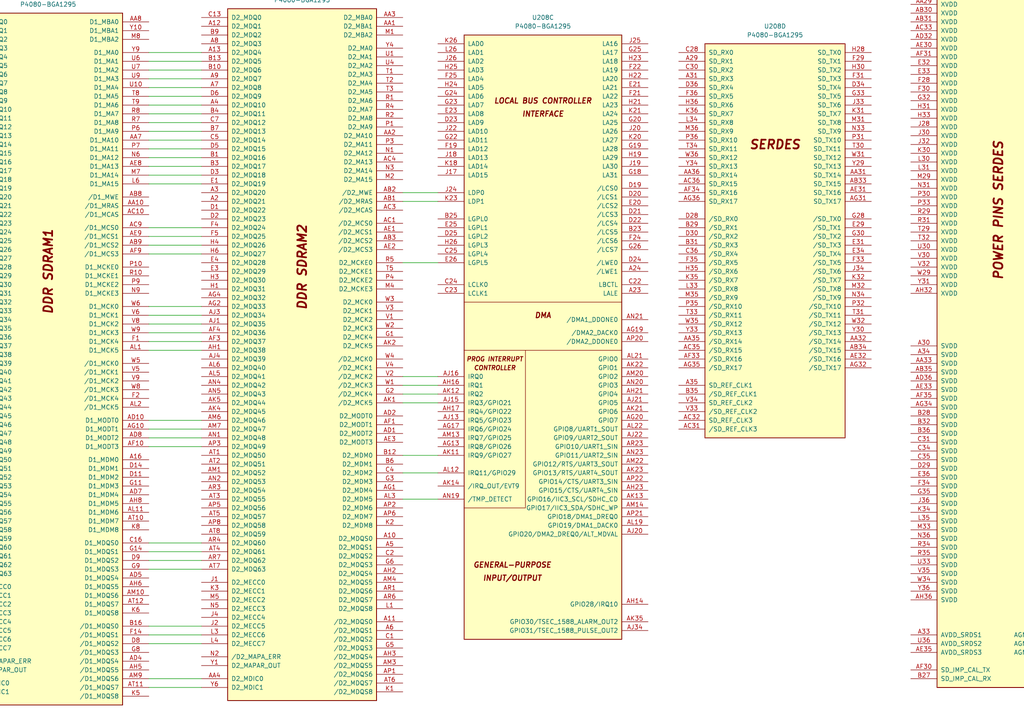
<source format=kicad_sch>
(kicad_sch (version 20250114) (generator "eeschema") (generator_version "9.0")
  (paper "A4")
  (lib_symbols
    (symbol "CPU:P4080-BGA1295" (pin_names (offset 1.016))
      (property "Reference" "U" (at 1.27 19.05 0))
      (property "Value" "P4080-BGA1295" (at 1.27 16.51 0))
      (symbol "P4080-BGA1295_1_1"
        (text "DDR SDRAM1" (at 1.27 26.67 900) (effects (font (size 2.54 2.54) (bold yes) (italic yes))))
        (pin bidirectional line (at -27.94 99.06 0) (length 7.62) (name "D1_MDQ0") (number "A17"))
        (pin bidirectional line (at -27.94 96.52 0) (length 7.62) (name "D1_MDQ1") (number "D17"))
        (pin bidirectional line (at -27.94 93.98 0) (length 7.62) (name "D1_MDQ2") (number "C14"))
        (pin bidirectional line (at -27.94 91.44 0) (length 7.62) (name "D1_MDQ3") (number "A14"))
        (pin bidirectional line (at -27.94 88.9 0) (length 7.62) (name "D1_MDQ4") (number "C17"))
        (pin bidirectional line (at -27.94 86.36 0) (length 7.62) (name "D1_MDQ5") (number "B17"))
        (pin bidirectional line (at -27.94 83.82 0) (length 7.62) (name "D1_MDQ6") (number "A15"))
        (pin bidirectional line (at -27.94 81.28 0) (length 7.62) (name "D1_MDQ7") (number "B15"))
        (pin bidirectional line (at -27.94 78.74 0) (length 7.62) (name "D1_MDQ8") (number "D15"))
        (pin bidirectional line (at -27.94 76.2 0) (length 7.62) (name "D1_MDQ9") (number "G15"))
        (pin bidirectional line (at -27.94 73.66 0) (length 7.62) (name "D1_MDQ10") (number "E12"))
        (pin bidirectional line (at -27.94 71.12 0) (length 7.62) (name "D1_MDQ11") (number "G12"))
        (pin bidirectional line (at -27.94 68.58 0) (length 7.62) (name "D1_MDQ12") (number "F16"))
        (pin bidirectional line (at -27.94 66.04 0) (length 7.62) (name "D1_MDQ13") (number "E15"))
        (pin bidirectional line (at -27.94 63.5 0) (length 7.62) (name "D1_MDQ14") (number "E13"))
        (pin bidirectional line (at -27.94 60.96 0) (length 7.62) (name "D1_MDQ15") (number "F13"))
        (pin bidirectional line (at -27.94 58.42 0) (length 7.62) (name "D1_MDQ16") (number "C8"))
        (pin bidirectional line (at -27.94 55.88 0) (length 7.62) (name "D1_MDQ17") (number "D12"))
        (pin bidirectional line (at -27.94 53.34 0) (length 7.62) (name "D1_MDQ18") (number "E9"))
        (pin bidirectional line (at -27.94 50.8 0) (length 7.62) (name "D1_MDQ19") (number "E10"))
        (pin bidirectional line (at -27.94 48.26 0) (length 7.62) (name "D1_MDQ20") (number "C11"))
        (pin bidirectional line (at -27.94 45.72 0) (length 7.62) (name "D1_MDQ21") (number "C10"))
        (pin bidirectional line (at -27.94 43.18 0) (length 7.62) (name "D1_MDQ22") (number "E6"))
        (pin bidirectional line (at -27.94 40.64 0) (length 7.62) (name "D1_MDQ23") (number "E7"))
        (pin bidirectional line (at -27.94 38.1 0) (length 7.62) (name "D1_MDQ24") (number "F7"))
        (pin bidirectional line (at -27.94 35.56 0) (length 7.62) (name "D1_MDQ25") (number "F11"))
        (pin bidirectional line (at -27.94 33.02 0) (length 7.62) (name "D1_MDQ26") (number "H10"))
        (pin bidirectional line (at -27.94 30.48 0) (length 7.62) (name "D1_MDQ27") (number "J10"))
        (pin bidirectional line (at -27.94 27.94 0) (length 7.62) (name "D1_MDQ28") (number "F10"))
        (pin bidirectional line (at -27.94 25.4 0) (length 7.62) (name "D1_MDQ29") (number "F8"))
        (pin bidirectional line (at -27.94 22.86 0) (length 7.62) (name "D1_MDQ30") (number "H7"))
        (pin bidirectional line (at -27.94 20.32 0) (length 7.62) (name "D1_MDQ31") (number "H9"))
        (pin bidirectional line (at -27.94 17.78 0) (length 7.62) (name "D1_MDQ32") (number "AC7"))
        (pin bidirectional line (at -27.94 15.24 0) (length 7.62) (name "D1_MDQ33") (number "AC6"))
        (pin bidirectional line (at -27.94 12.7 0) (length 7.62) (name "D1_MDQ34") (number "AF6"))
        (pin bidirectional line (at -27.94 10.16 0) (length 7.62) (name "D1_MDQ35") (number "AF7"))
        (pin bidirectional line (at -27.94 7.62 0) (length 7.62) (name "D1_MDQ36") (number "AB5"))
        (pin bidirectional line (at -27.94 5.08 0) (length 7.62) (name "D1_MDQ37") (number "AB6"))
        (pin bidirectional line (at -27.94 2.54 0) (length 7.62) (name "D1_MDQ38") (number "AE5"))
        (pin bidirectional line (at -27.94 0 0) (length 7.62) (name "D1_MDQ39") (number "AE6"))
        (pin bidirectional line (at -27.94 -2.54 0) (length 7.62) (name "D1_MDQ40") (number "AG5"))
        (pin bidirectional line (at -27.94 -5.08 0) (length 7.62) (name "D1_MDQ41") (number "AH9"))
        (pin bidirectional line (at -27.94 -7.62 0) (length 7.62) (name "D1_MDQ42") (number "AJ9"))
        (pin bidirectional line (at -27.94 -10.16 0) (length 7.62) (name "D1_MDQ43") (number "AJ10"))
        (pin bidirectional line (at -27.94 -12.7 0) (length 7.62) (name "D1_MDQ44") (number "AG8"))
        (pin bidirectional line (at -27.94 -15.24 0) (length 7.62) (name "D1_MDQ45") (number "AG7"))
        (pin bidirectional line (at -27.94 -17.78 0) (length 7.62) (name "D1_MDQ46") (number "AJ6"))
        (pin bidirectional line (at -27.94 -20.32 0) (length 7.62) (name "D1_MDQ47") (number "AJ7"))
        (pin bidirectional line (at -27.94 -22.86 0) (length 7.62) (name "D1_MDQ48") (number "AL9"))
        (pin bidirectional line (at -27.94 -25.4 0) (length 7.62) (name "D1_MDQ49") (number "AL8"))
        (pin bidirectional line (at -27.94 -27.94 0) (length 7.62) (name "D1_MDQ50") (number "AN10"))
        (pin bidirectional line (at -27.94 -30.48 0) (length 7.62) (name "D1_MDQ51") (number "AN11"))
        (pin bidirectional line (at -27.94 -33.02 0) (length 7.62) (name "D1_MDQ52") (number "AK8"))
        (pin bidirectional line (at -27.94 -35.56 0) (length 7.62) (name "D1_MDQ53") (number "AK7"))
        (pin bidirectional line (at -27.94 -38.1 0) (length 7.62) (name "D1_MDQ54") (number "AN7"))
        (pin bidirectional line (at -27.94 -40.64 0) (length 7.62) (name "D1_MDQ55") (number "AN8"))
        (pin bidirectional line (at -27.94 -43.18 0) (length 7.62) (name "D1_MDQ56") (number "AT9"))
        (pin bidirectional line (at -27.94 -45.72 0) (length 7.62) (name "D1_MDQ57") (number "AR10"))
        (pin bidirectional line (at -27.94 -48.26 0) (length 7.62) (name "D1_MDQ58") (number "AT13"))
        (pin bidirectional line (at -27.94 -50.8 0) (length 7.62) (name "D1_MDQ59") (number "AR13"))
        (pin bidirectional line (at -27.94 -53.34 0) (length 7.62) (name "D1_MDQ60") (number "AP9"))
        (pin bidirectional line (at -27.94 -55.88 0) (length 7.62) (name "D1_MDQ61") (number "AR9"))
        (pin bidirectional line (at -27.94 -58.42 0) (length 7.62) (name "D1_MDQ62") (number "AR12"))
        (pin bidirectional line (at -27.94 -60.96 0) (length 7.62) (name "D1_MDQ63") (number "AP12"))
        (pin bidirectional line (at -27.94 -64.77 0) (length 7.62) (name "D1_MECC0") (number "K9"))
        (pin bidirectional line (at -27.94 -67.31 0) (length 7.62) (name "D1_MECC1") (number "J5"))
        (pin bidirectional line (at -27.94 -69.85 0) (length 7.62) (name "D1_MECC2") (number "L10"))
        (pin bidirectional line (at -27.94 -72.39 0) (length 7.62) (name "D1_MECC3") (number "M10"))
        (pin bidirectional line (at -27.94 -74.93 0) (length 7.62) (name "D1_MECC4") (number "J8"))
        (pin bidirectional line (at -27.94 -77.47 0) (length 7.62) (name "D1_MECC5") (number "J7"))
        (pin bidirectional line (at -27.94 -80.01 0) (length 7.62) (name "D1_MECC6") (number "L7"))
        (pin bidirectional line (at -27.94 -82.55 0) (length 7.62) (name "D1_MECC7") (number "L9"))
        (pin input line (at -27.94 -86.36 0) (length 7.62) (name "/D1_MAPAR_ERR") (number "N8"))
        (pin output line (at -27.94 -88.9 0) (length 7.62) (name "D1_MAPAR_OUT") (number "Y7"))
        (pin bidirectional line (at -27.94 -92.71 0) (length 7.62) (name "D1_MDIC0") (number "T6"))
        (pin bidirectional line (at -27.94 -95.25 0) (length 7.62) (name "D1_MDIC1") (number "AA5"))
        (pin output line (at 30.48 99.06 180) (length 7.62) (name "D1_MBA0") (number "AA8"))
        (pin output line (at 30.48 96.52 180) (length 7.62) (name "D1_MBA1") (number "Y10"))
        (pin output line (at 30.48 93.98 180) (length 7.62) (name "D1_MBA2") (number "M8"))
        (pin output line (at 30.48 90.17 180) (length 7.62) (name "D1_MA0") (number "Y9"))
        (pin output line (at 30.48 87.63 180) (length 7.62) (name "D1_MA1") (number "U6"))
        (pin output line (at 30.48 85.09 180) (length 7.62) (name "D1_MA2") (number "U7"))
        (pin output line (at 30.48 82.55 180) (length 7.62) (name "D1_MA3") (number "U9"))
        (pin output line (at 30.48 80.01 180) (length 7.62) (name "D1_MA4") (number "U10"))
        (pin output line (at 30.48 77.47 180) (length 7.62) (name "D1_MA5") (number "T8"))
        (pin output line (at 30.48 74.93 180) (length 7.62) (name "D1_MA6") (number "T9"))
        (pin output line (at 30.48 72.39 180) (length 7.62) (name "D1_MA7") (number "R8"))
        (pin output line (at 30.48 69.85 180) (length 7.62) (name "D1_MA8") (number "R7"))
        (pin output line (at 30.48 67.31 180) (length 7.62) (name "D1_MA9") (number "P6"))
        (pin output line (at 30.48 64.77 180) (length 7.62) (name "D1_MA10") (number "AA7"))
        (pin output line (at 30.48 62.23 180) (length 7.62) (name "D1_MA11") (number "P7"))
        (pin output line (at 30.48 59.69 180) (length 7.62) (name "D1_MA12") (number "N6"))
        (pin output line (at 30.48 57.15 180) (length 7.62) (name "D1_MA13") (number "AE8"))
        (pin output line (at 30.48 54.61 180) (length 7.62) (name "D1_MA14") (number "M7"))
        (pin output line (at 30.48 52.07 180) (length 7.62) (name "D1_MA15") (number "L6"))
        (pin output line (at 30.48 48.26 180) (length 7.62) (name "/D1_MWE") (number "AB8"))
        (pin output line (at 30.48 45.72 180) (length 7.62) (name "/D1_MRAS") (number "AA10"))
        (pin output line (at 30.48 43.18 180) (length 7.62) (name "/D1_MCAS") (number "AC10"))
        (pin output line (at 30.48 39.37 180) (length 7.62) (name "/D1_MCS0") (number "AC9"))
        (pin output line (at 30.48 36.83 180) (length 7.62) (name "/D1_MCS1") (number "AE9"))
        (pin output line (at 30.48 34.29 180) (length 7.62) (name "/D1_MCS2") (number "AB9"))
        (pin output line (at 30.48 31.75 180) (length 7.62) (name "/D1_MCS3") (number "AF9"))
        (pin output line (at 30.48 27.94 180) (length 7.62) (name "D1_MCKE0") (number "P10"))
        (pin output line (at 30.48 25.4 180) (length 7.62) (name "D1_MCKE1") (number "R10"))
        (pin output line (at 30.48 22.86 180) (length 7.62) (name "D1_MCKE2") (number "P9"))
        (pin output line (at 30.48 20.32 180) (length 7.62) (name "D1_MCKE3") (number "N9"))
        (pin output line (at 30.48 16.51 180) (length 7.62) (name "D1_MCK0") (number "W6"))
        (pin output line (at 30.48 13.97 180) (length 7.62) (name "D1_MCK1") (number "V6"))
        (pin output line (at 30.48 11.43 180) (length 7.62) (name "D1_MCK2") (number "V8"))
        (pin output line (at 30.48 8.89 180) (length 7.62) (name "D1_MCK3") (number "W9"))
        (pin output line (at 30.48 6.35 180) (length 7.62) (name "D1_MCK4") (number "F1"))
        (pin output line (at 30.48 3.81 180) (length 7.62) (name "D1_MCK5") (number "AL1"))
        (pin output line (at 30.48 0 180) (length 7.62) (name "/D1_MCK0") (number "W5"))
        (pin output line (at 30.48 -2.54 180) (length 7.62) (name "/D1_MCK1") (number "V5"))
        (pin output line (at 30.48 -5.08 180) (length 7.62) (name "/D1_MCK2") (number "V9"))
        (pin output line (at 30.48 -7.62 180) (length 7.62) (name "/D1_MCK3") (number "W8"))
        (pin output line (at 30.48 -10.16 180) (length 7.62) (name "/D1_MCK4") (number "F2"))
        (pin output line (at 30.48 -12.7 180) (length 7.62) (name "/D1_MCK5") (number "AL2"))
        (pin output line (at 30.48 -16.51 180) (length 7.62) (name "D1_MODT0") (number "AD10"))
        (pin output line (at 30.48 -19.05 180) (length 7.62) (name "D1_MODT1") (number "AG10"))
        (pin output line (at 30.48 -21.59 180) (length 7.62) (name "D1_MODT2") (number "AD8"))
        (pin output line (at 30.48 -24.13 180) (length 7.62) (name "D1_MODT3") (number "AF10"))
        (pin output line (at 30.48 -27.94 180) (length 7.62) (name "D1_MDM0") (number "A16"))
        (pin output line (at 30.48 -30.48 180) (length 7.62) (name "D1_MDM1") (number "D14"))
        (pin output line (at 30.48 -33.02 180) (length 7.62) (name "D1_MDM2") (number "D11"))
        (pin output line (at 30.48 -35.56 180) (length 7.62) (name "D1_MDM3") (number "G11"))
        (pin output line (at 30.48 -38.1 180) (length 7.62) (name "D1_MDM4") (number "AD7"))
        (pin output line (at 30.48 -40.64 180) (length 7.62) (name "D1_MDM5") (number "AH8"))
        (pin output line (at 30.48 -43.18 180) (length 7.62) (name "D1_MDM6") (number "AL11"))
        (pin output line (at 30.48 -45.72 180) (length 7.62) (name "D1_MDM7") (number "AT10"))
        (pin output line (at 30.48 -48.26 180) (length 7.62) (name "D1_MDM8") (number "K8"))
        (pin bidirectional line (at 30.48 -52.07 180) (length 7.62) (name "D1_MDQS0") (number "C16"))
        (pin bidirectional line (at 30.48 -54.61 180) (length 7.62) (name "D1_MDQS1") (number "G14"))
        (pin bidirectional line (at 30.48 -57.15 180) (length 7.62) (name "D1_MDQS2") (number "D9"))
        (pin bidirectional line (at 30.48 -59.69 180) (length 7.62) (name "D1_MDQS3") (number "G9"))
        (pin bidirectional line (at 30.48 -62.23 180) (length 7.62) (name "D1_MDQS4") (number "AD5"))
        (pin bidirectional line (at 30.48 -64.77 180) (length 7.62) (name "D1_MDQS5") (number "AH6"))
        (pin bidirectional line (at 30.48 -67.31 180) (length 7.62) (name "D1_MDQS6") (number "AM10"))
        (pin bidirectional line (at 30.48 -69.85 180) (length 7.62) (name "D1_MDQS7") (number "AT12"))
        (pin bidirectional line (at 30.48 -72.39 180) (length 7.62) (name "D1_MDQS8") (number "K6"))
        (pin bidirectional line (at 30.48 -76.2 180) (length 7.62) (name "/D1_MDQS0") (number "B16"))
        (pin bidirectional line (at 30.48 -78.74 180) (length 7.62) (name "/D1_MDQS1") (number "F14"))
        (pin bidirectional line (at 30.48 -81.28 180) (length 7.62) (name "/D1_MDQS2") (number "D8"))
        (pin bidirectional line (at 30.48 -83.82 180) (length 7.62) (name "/D1_MDQS3") (number "G8"))
        (pin bidirectional line (at 30.48 -86.36 180) (length 7.62) (name "/D1_MDQS4") (number "AD4"))
        (pin bidirectional line (at 30.48 -88.9 180) (length 7.62) (name "/D1_MDQS5") (number "AH5"))
        (pin bidirectional line (at 30.48 -91.44 180) (length 7.62) (name "/D1_MDQS6") (number "AM9"))
        (pin bidirectional line (at 30.48 -93.98 180) (length 7.62) (name "/D1_MDQS7") (number "AT11"))
        (pin bidirectional line (at 30.48 -96.52 180) (length 7.62) (name "/D1_MDQS8") (number "K5"))
      )
      (symbol "P4080-BGA1295_2_1"
        (text "DDR SDRAM2" (at 1.27 26.67 900) (effects (font (size 2.54 2.54) (bold yes) (italic yes))))
        (pin bidirectional line (at -27.94 99.06 0) (length 7.62) (name "D2_MDQ0") (number "C13"))
        (pin bidirectional line (at -27.94 96.52 0) (length 7.62) (name "D2_MDQ1") (number "A12"))
        (pin bidirectional line (at -27.94 93.98 0) (length 7.62) (name "D2_MDQ2") (number "B9"))
        (pin bidirectional line (at -27.94 91.44 0) (length 7.62) (name "D2_MDQ3") (number "A8"))
        (pin bidirectional line (at -27.94 88.9 0) (length 7.62) (name "D2_MDQ4") (number "A13"))
        (pin bidirectional line (at -27.94 86.36 0) (length 7.62) (name "D2_MDQ5") (number "B13"))
        (pin bidirectional line (at -27.94 83.82 0) (length 7.62) (name "D2_MDQ6") (number "B10"))
        (pin bidirectional line (at -27.94 81.28 0) (length 7.62) (name "D2_MDQ7") (number "A9"))
        (pin bidirectional line (at -27.94 78.74 0) (length 7.62) (name "D2_MDQ8") (number "A7"))
        (pin bidirectional line (at -27.94 76.2 0) (length 7.62) (name "D2_MDQ9") (number "D6"))
        (pin bidirectional line (at -27.94 73.66 0) (length 7.62) (name "D2_MDQ10") (number "A4"))
        (pin bidirectional line (at -27.94 71.12 0) (length 7.62) (name "D2_MDQ11") (number "B4"))
        (pin bidirectional line (at -27.94 68.58 0) (length 7.62) (name "D2_MDQ12") (number "C7"))
        (pin bidirectional line (at -27.94 66.04 0) (length 7.62) (name "D2_MDQ13") (number "B7"))
        (pin bidirectional line (at -27.94 63.5 0) (length 7.62) (name "D2_MDQ14") (number "C5"))
        (pin bidirectional line (at -27.94 60.96 0) (length 7.62) (name "D2_MDQ15") (number "D5"))
        (pin bidirectional line (at -27.94 58.42 0) (length 7.62) (name "D2_MDQ16") (number "B1"))
        (pin bidirectional line (at -27.94 55.88 0) (length 7.62) (name "D2_MDQ17") (number "B3"))
        (pin bidirectional line (at -27.94 53.34 0) (length 7.62) (name "D2_MDQ18") (number "D3"))
        (pin bidirectional line (at -27.94 50.8 0) (length 7.62) (name "D2_MDQ19") (number "E1"))
        (pin bidirectional line (at -27.94 48.26 0) (length 7.62) (name "D2_MDQ20") (number "A3"))
        (pin bidirectional line (at -27.94 45.72 0) (length 7.62) (name "D2_MDQ21") (number "A2"))
        (pin bidirectional line (at -27.94 43.18 0) (length 7.62) (name "D2_MDQ22") (number "D1"))
        (pin bidirectional line (at -27.94 40.64 0) (length 7.62) (name "D2_MDQ23") (number "D2"))
        (pin bidirectional line (at -27.94 38.1 0) (length 7.62) (name "D2_MDQ24") (number "F4"))
        (pin bidirectional line (at -27.94 35.56 0) (length 7.62) (name "D2_MDQ25") (number "F5"))
        (pin bidirectional line (at -27.94 33.02 0) (length 7.62) (name "D2_MDQ26") (number "H4"))
        (pin bidirectional line (at -27.94 30.48 0) (length 7.62) (name "D2_MDQ27") (number "H6"))
        (pin bidirectional line (at -27.94 27.94 0) (length 7.62) (name "D2_MDQ28") (number "E4"))
        (pin bidirectional line (at -27.94 25.4 0) (length 7.62) (name "D2_MDQ29") (number "E3"))
        (pin bidirectional line (at -27.94 22.86 0) (length 7.62) (name "D2_MDQ30") (number "H3"))
        (pin bidirectional line (at -27.94 20.32 0) (length 7.62) (name "D2_MDQ31") (number "H1"))
        (pin bidirectional line (at -27.94 17.78 0) (length 7.62) (name "D2_MDQ32") (number "AG4"))
        (pin bidirectional line (at -27.94 15.24 0) (length 7.62) (name "D2_MDQ33") (number "AG2"))
        (pin bidirectional line (at -27.94 12.7 0) (length 7.62) (name "D2_MDQ34") (number "AJ3"))
        (pin bidirectional line (at -27.94 10.16 0) (length 7.62) (name "D2_MDQ35") (number "AJ1"))
        (pin bidirectional line (at -27.94 7.62 0) (length 7.62) (name "D2_MDQ36") (number "AF4"))
        (pin bidirectional line (at -27.94 5.08 0) (length 7.62) (name "D2_MDQ37") (number "AF3"))
        (pin bidirectional line (at -27.94 2.54 0) (length 7.62) (name "D2_MDQ38") (number "AH1"))
        (pin bidirectional line (at -27.94 0 0) (length 7.62) (name "D2_MDQ39") (number "AJ4"))
        (pin bidirectional line (at -27.94 -2.54 0) (length 7.62) (name "D2_MDQ40") (number "AL6"))
        (pin bidirectional line (at -27.94 -5.08 0) (length 7.62) (name "D2_MDQ41") (number "AL5"))
        (pin bidirectional line (at -27.94 -7.62 0) (length 7.62) (name "D2_MDQ42") (number "AN4"))
        (pin bidirectional line (at -27.94 -10.16 0) (length 7.62) (name "D2_MDQ43") (number "AN5"))
        (pin bidirectional line (at -27.94 -12.7 0) (length 7.62) (name "D2_MDQ44") (number "AK5"))
        (pin bidirectional line (at -27.94 -15.24 0) (length 7.62) (name "D2_MDQ45") (number "AK4"))
        (pin bidirectional line (at -27.94 -17.78 0) (length 7.62) (name "D2_MDQ46") (number "AM6"))
        (pin bidirectional line (at -27.94 -20.32 0) (length 7.62) (name "D2_MDQ47") (number "AM7"))
        (pin bidirectional line (at -27.94 -22.86 0) (length 7.62) (name "D2_MDQ48") (number "AN1"))
        (pin bidirectional line (at -27.94 -25.4 0) (length 7.62) (name "D2_MDQ49") (number "AP3"))
        (pin bidirectional line (at -27.94 -27.94 0) (length 7.62) (name "D2_MDQ50") (number "AT1"))
        (pin bidirectional line (at -27.94 -30.48 0) (length 7.62) (name "D2_MDQ51") (number "AT2"))
        (pin bidirectional line (at -27.94 -33.02 0) (length 7.62) (name "D2_MDQ52") (number "AM1"))
        (pin bidirectional line (at -27.94 -35.56 0) (length 7.62) (name "D2_MDQ53") (number "AN2"))
        (pin bidirectional line (at -27.94 -38.1 0) (length 7.62) (name "D2_MDQ54") (number "AR3"))
        (pin bidirectional line (at -27.94 -40.64 0) (length 7.62) (name "D2_MDQ55") (number "AT3"))
        (pin bidirectional line (at -27.94 -43.18 0) (length 7.62) (name "D2_MDQ56") (number "AP5"))
        (pin bidirectional line (at -27.94 -45.72 0) (length 7.62) (name "D2_MDQ57") (number "AT5"))
        (pin bidirectional line (at -27.94 -48.26 0) (length 7.62) (name "D2_MDQ58") (number "AP8"))
        (pin bidirectional line (at -27.94 -50.8 0) (length 7.62) (name "D2_MDQ59") (number "AT8"))
        (pin bidirectional line (at -27.94 -53.34 0) (length 7.62) (name "D2_MDQ60") (number "AR4"))
        (pin bidirectional line (at -27.94 -55.88 0) (length 7.62) (name "D2_MDQ61") (number "AT4"))
        (pin bidirectional line (at -27.94 -58.42 0) (length 7.62) (name "D2_MDQ62") (number "AR7"))
        (pin bidirectional line (at -27.94 -60.96 0) (length 7.62) (name "D2_MDQ63") (number "AT7"))
        (pin bidirectional line (at -27.94 -64.77 0) (length 7.62) (name "D2_MECC0") (number "J1"))
        (pin bidirectional line (at -27.94 -67.31 0) (length 7.62) (name "D2_MECC1") (number "K3"))
        (pin bidirectional line (at -27.94 -69.85 0) (length 7.62) (name "D2_MECC2") (number "M5"))
        (pin bidirectional line (at -27.94 -72.39 0) (length 7.62) (name "D2_MECC3") (number "N5"))
        (pin bidirectional line (at -27.94 -74.93 0) (length 7.62) (name "D2_MECC4") (number "J4"))
        (pin bidirectional line (at -27.94 -77.47 0) (length 7.62) (name "D2_MECC5") (number "J2"))
        (pin bidirectional line (at -27.94 -80.01 0) (length 7.62) (name "D2_MECC6") (number "L3"))
        (pin bidirectional line (at -27.94 -82.55 0) (length 7.62) (name "D2_MECC7") (number "L4"))
        (pin input line (at -27.94 -86.36 0) (length 7.62) (name "/D2_MAPA_ERR") (number "N2"))
        (pin output line (at -27.94 -88.9 0) (length 7.62) (name "D2_MAPAR_OUT") (number "Y1"))
        (pin bidirectional line (at -27.94 -92.71 0) (length 7.62) (name "D2_MDIC0") (number "AA4"))
        (pin bidirectional line (at -27.94 -95.25 0) (length 7.62) (name "D2_MDIC1") (number "Y6"))
        (pin output line (at 30.48 99.06 180) (length 7.62) (name "D2_MBA0") (number "AA3"))
        (pin output line (at 30.48 96.52 180) (length 7.62) (name "D2_MBA1") (number "AA1"))
        (pin output line (at 30.48 93.98 180) (length 7.62) (name "D2_MBA2") (number "M1"))
        (pin output line (at 30.48 90.17 180) (length 7.62) (name "D2_MA0") (number "Y4"))
        (pin output line (at 30.48 87.63 180) (length 7.62) (name "D2_MA1") (number "U1"))
        (pin output line (at 30.48 85.09 180) (length 7.62) (name "D2_MA2") (number "U4"))
        (pin output line (at 30.48 82.55 180) (length 7.62) (name "D2_MA3") (number "T1"))
        (pin output line (at 30.48 80.01 180) (length 7.62) (name "D2_MA4") (number "T2"))
        (pin output line (at 30.48 77.47 180) (length 7.62) (name "D2_MA5") (number "T3"))
        (pin output line (at 30.48 74.93 180) (length 7.62) (name "D2_MA6") (number "R1"))
        (pin output line (at 30.48 72.39 180) (length 7.62) (name "D2_MA7") (number "R4"))
        (pin output line (at 30.48 69.85 180) (length 7.62) (name "D2_MA8") (number "R2"))
        (pin output line (at 30.48 67.31 180) (length 7.62) (name "D2_MA9") (number "P1"))
        (pin output line (at 30.48 64.77 180) (length 7.62) (name "D2_MA10") (number "AA2"))
        (pin output line (at 30.48 62.23 180) (length 7.62) (name "D2_MA11") (number "P3"))
        (pin output line (at 30.48 59.69 180) (length 7.62) (name "D2_MA12") (number "N1"))
        (pin output line (at 30.48 57.15 180) (length 7.62) (name "D2_MA13") (number "AC4"))
        (pin output line (at 30.48 54.61 180) (length 7.62) (name "D2_MA14") (number "N3"))
        (pin output line (at 30.48 52.07 180) (length 7.62) (name "D2_MA15") (number "M2"))
        (pin output line (at 30.48 48.26 180) (length 7.62) (name "/D2_MWE") (number "AB2"))
        (pin output line (at 30.48 45.72 180) (length 7.62) (name "/D2_MRAS") (number "AB1"))
        (pin output line (at 30.48 43.18 180) (length 7.62) (name "/D2_MCAS") (number "AC3"))
        (pin output line (at 30.48 39.37 180) (length 7.62) (name "/D2_MCS0") (number "AC1"))
        (pin output line (at 30.48 36.83 180) (length 7.62) (name "/D2_MCS1") (number "AE1"))
        (pin output line (at 30.48 34.29 180) (length 7.62) (name "/D2_MCS2") (number "AB3"))
        (pin output line (at 30.48 31.75 180) (length 7.62) (name "/D2_MCS3") (number "AE2"))
        (pin output line (at 30.48 27.94 180) (length 7.62) (name "D2_MCKE0") (number "R5"))
        (pin output line (at 30.48 25.4 180) (length 7.62) (name "D2_MCKE1") (number "T5"))
        (pin output line (at 30.48 22.86 180) (length 7.62) (name "D2_MCKE2") (number "P4"))
        (pin output line (at 30.48 20.32 180) (length 7.62) (name "D2_MCKE3") (number "M4"))
        (pin output line (at 30.48 16.51 180) (length 7.62) (name "D2_MCK0") (number "W3"))
        (pin output line (at 30.48 13.97 180) (length 7.62) (name "D2_MCK1") (number "V3"))
        (pin output line (at 30.48 11.43 180) (length 7.62) (name "D2_MCK2") (number "V1"))
        (pin output line (at 30.48 8.89 180) (length 7.62) (name "D2_MCK3") (number "W2"))
        (pin output line (at 30.48 6.35 180) (length 7.62) (name "D2_MCK4") (number "G1"))
        (pin output line (at 30.48 3.81 180) (length 7.62) (name "D2_MCK5") (number "AK2"))
        (pin output line (at 30.48 0 180) (length 7.62) (name "/D2_MCK0") (number "W4"))
        (pin output line (at 30.48 -2.54 180) (length 7.62) (name "/D2_MCK1") (number "V4"))
        (pin output line (at 30.48 -5.08 180) (length 7.62) (name "/D2_MCK2") (number "V2"))
        (pin output line (at 30.48 -7.62 180) (length 7.62) (name "/D2_MCK3") (number "W1"))
        (pin output line (at 30.48 -10.16 180) (length 7.62) (name "/D2_MCK4") (number "G2"))
        (pin output line (at 30.48 -12.7 180) (length 7.62) (name "/D2_MCK5") (number "AK1"))
        (pin output line (at 30.48 -16.51 180) (length 7.62) (name "D2_MODT0") (number "AD2"))
        (pin output line (at 30.48 -19.05 180) (length 7.62) (name "D2_MODT1") (number "AF1"))
        (pin output line (at 30.48 -21.59 180) (length 7.62) (name "D2_MODT2") (number "AD1"))
        (pin output line (at 30.48 -24.13 180) (length 7.62) (name "D2_MODT3") (number "AE3"))
        (pin output line (at 30.48 -27.94 180) (length 7.62) (name "D2_MDM0") (number "B12"))
        (pin output line (at 30.48 -30.48 180) (length 7.62) (name "D2_MDM1") (number "B6"))
        (pin output line (at 30.48 -33.02 180) (length 7.62) (name "D2_MDM2") (number "C4"))
        (pin output line (at 30.48 -35.56 180) (length 7.62) (name "D2_MDM3") (number "G3"))
        (pin output line (at 30.48 -38.1 180) (length 7.62) (name "D2_MDM4") (number "AG1"))
        (pin output line (at 30.48 -40.64 180) (length 7.62) (name "D2_MDM5") (number "AL3"))
        (pin output line (at 30.48 -43.18 180) (length 7.62) (name "D2_MDM6") (number "AP2"))
        (pin output line (at 30.48 -45.72 180) (length 7.62) (name "D2_MDM7") (number "AP6"))
        (pin output line (at 30.48 -48.26 180) (length 7.62) (name "D2_MDM8") (number "K2"))
        (pin bidirectional line (at 30.48 -52.07 180) (length 7.62) (name "D2_MDQS0") (number "A10"))
        (pin bidirectional line (at 30.48 -54.61 180) (length 7.62) (name "D2_MDQS1") (number "A5"))
        (pin bidirectional line (at 30.48 -57.15 180) (length 7.62) (name "D2_MDQS2") (number "C2"))
        (pin bidirectional line (at 30.48 -59.69 180) (length 7.62) (name "D2_MDQS3") (number "G6"))
        (pin bidirectional line (at 30.48 -62.23 180) (length 7.62) (name "D2_MDQS4") (number "AH2"))
        (pin bidirectional line (at 30.48 -64.77 180) (length 7.62) (name "D2_MDQS5") (number "AM4"))
        (pin bidirectional line (at 30.48 -67.31 180) (length 7.62) (name "D2_MDQS6") (number "AR1"))
        (pin bidirectional line (at 30.48 -69.85 180) (length 7.62) (name "D2_MDQS7") (number "AR6"))
        (pin bidirectional line (at 30.48 -72.39 180) (length 7.62) (name "D2_MDQS8") (number "L1"))
        (pin bidirectional line (at 30.48 -76.2 180) (length 7.62) (name "/D2_MDQS0") (number "A11"))
        (pin bidirectional line (at 30.48 -78.74 180) (length 7.62) (name "/D2_MDQS1") (number "A6"))
        (pin bidirectional line (at 30.48 -81.28 180) (length 7.62) (name "/D2_MDQS2") (number "C1"))
        (pin bidirectional line (at 30.48 -83.82 180) (length 7.62) (name "/D2_MDQS3") (number "G5"))
        (pin bidirectional line (at 30.48 -86.36 180) (length 7.62) (name "/D2_MDQS4") (number "AH3"))
        (pin bidirectional line (at 30.48 -88.9 180) (length 7.62) (name "/D2_MDQS5") (number "AM3"))
        (pin bidirectional line (at 30.48 -91.44 180) (length 7.62) (name "/D2_MDQS6") (number "AP1"))
        (pin bidirectional line (at 30.48 -93.98 180) (length 7.62) (name "/D2_MDQS7") (number "AT6"))
        (pin bidirectional line (at 30.48 -96.52 180) (length 7.62) (name "/D2_MDQS8") (number "K1"))
      )
      (symbol "P4080-BGA1295_3_1"
        (text "PROG INTERRUPT" (at -13.97 -5.08 0) (effects (font (size 1.27 1.27) (bold yes) (italic yes))))
        (text "CONTROLLER" (at -13.97 -7.62 0) (effects (font (size 1.27 1.27) (bold yes) (italic yes))))
        (text "GENERAL-PURPOSE" (at -8.89 -64.77 0) (effects (font (size 1.524 1.524) (bold yes) (italic yes))))
        (text "INPUT/OUTPUT" (at -8.89 -68.58 0) (effects (font (size 1.524 1.524) (bold yes) (italic yes))))
        (text "LOCAL BUS CONTROLLER" (at 0 69.85 0) (effects (font (size 1.524 1.524) (bold yes) (italic yes))))
        (text "INTERFACE" (at 0 66.04 0) (effects (font (size 1.524 1.524) (bold yes) (italic yes))))
        (text "DMA" (at 0 7.62 0) (effects (font (size 1.524 1.524) (bold yes) (italic yes))))
        (pin bidirectional line (at -30.48 86.36 0) (length 7.62) (name "LAD0") (number "K26"))
        (pin bidirectional line (at -30.48 83.82 0) (length 7.62) (name "LAD1") (number "L26"))
        (pin bidirectional line (at -30.48 81.28 0) (length 7.62) (name "LAD2") (number "J26"))
        (pin bidirectional line (at -30.48 78.74 0) (length 7.62) (name "LAD3") (number "H25"))
        (pin bidirectional line (at -30.48 76.2 0) (length 7.62) (name "LAD4") (number "F25"))
        (pin bidirectional line (at -30.48 73.66 0) (length 7.62) (name "LAD5") (number "H24"))
        (pin bidirectional line (at -30.48 71.12 0) (length 7.62) (name "LAD6") (number "G24"))
        (pin bidirectional line (at -30.48 68.58 0) (length 7.62) (name "LAD7") (number "G23"))
        (pin bidirectional line (at -30.48 66.04 0) (length 7.62) (name "LAD8") (number "E23"))
        (pin bidirectional line (at -30.48 63.5 0) (length 7.62) (name "LAD9") (number "D23"))
        (pin bidirectional line (at -30.48 60.96 0) (length 7.62) (name "LAD10") (number "J22"))
        (pin bidirectional line (at -30.48 58.42 0) (length 7.62) (name "LAD11") (number "G22"))
        (pin bidirectional line (at -30.48 55.88 0) (length 7.62) (name "LAD12") (number "F19"))
        (pin bidirectional line (at -30.48 53.34 0) (length 7.62) (name "LAD13") (number "J18"))
        (pin bidirectional line (at -30.48 50.8 0) (length 7.62) (name "LAD14") (number "K18"))
        (pin bidirectional line (at -30.48 48.26 0) (length 7.62) (name "LAD15") (number "J17"))
        (pin bidirectional line (at -30.48 43.18 0) (length 7.62) (name "LDP0") (number "J24"))
        (pin bidirectional line (at -30.48 40.64 0) (length 7.62) (name "LDP1") (number "K23"))
        (pin output line (at -30.48 35.56 0) (length 7.62) (name "LGPL0") (number "B25"))
        (pin output line (at -30.48 33.02 0) (length 7.62) (name "LGPL1") (number "E25"))
        (pin output line (at -30.48 30.48 0) (length 7.62) (name "LGPL2") (number "D25"))
        (pin output line (at -30.48 27.94 0) (length 7.62) (name "LGPL3") (number "H26"))
        (pin bidirectional line (at -30.48 25.4 0) (length 7.62) (name "LGPL4") (number "C25"))
        (pin output line (at -30.48 22.86 0) (length 7.62) (name "LGPL5") (number "E26"))
        (pin output line (at -30.48 16.51 0) (length 7.62) (name "LCLK0") (number "C24"))
        (pin output line (at -30.48 13.97 0) (length 7.62) (name "LCLK1") (number "C23"))
        (pin input line (at -30.48 -10.16 0) (length 7.62) (name "IRQ0") (number "AJ16"))
        (pin input line (at -30.48 -12.7 0) (length 7.62) (name "IRQ1") (number "AH16"))
        (pin input line (at -30.48 -15.24 0) (length 7.62) (name "IRQ2") (number "AK12"))
        (pin input line (at -30.48 -17.78 0) (length 7.62) (name "IRQ3/GPIO21") (number "AJ15"))
        (pin input line (at -30.48 -20.32 0) (length 7.62) (name "IRQ4/GPIO22") (number "AH17"))
        (pin input line (at -30.48 -22.86 0) (length 7.62) (name "IRQ5/GPIO23") (number "AJ13"))
        (pin input line (at -30.48 -25.4 0) (length 7.62) (name "IRQ6/GPIO24") (number "AG17"))
        (pin input line (at -30.48 -27.94 0) (length 7.62) (name "IRQ7/GPIO25") (number "AM13"))
        (pin input line (at -30.48 -30.48 0) (length 7.62) (name "IRQ8/GPIO26") (number "AG13"))
        (pin input line (at -30.48 -33.02 0) (length 7.62) (name "IRQ9/GPIO27") (number "AK11"))
        (pin input line (at -30.48 -38.1 0) (length 7.62) (name "IRQ11/GPIO29") (number "AL12"))
        (pin output line (at -30.48 -41.91 0) (length 7.62) (name "/IRQ_OUT/EVT9") (number "AK14"))
        (pin input line (at -30.48 -45.72 0) (length 7.62) (name "/TMP_DETECT") (number "AN19"))
        (pin output line (at 30.48 86.36 180) (length 7.62) (name "LA16") (number "J25"))
        (pin output line (at 30.48 83.82 180) (length 7.62) (name "LA17") (number "G25"))
        (pin output line (at 30.48 81.28 180) (length 7.62) (name "LA18") (number "H23"))
        (pin output line (at 30.48 78.74 180) (length 7.62) (name "LA19") (number "F22"))
        (pin output line (at 30.48 76.2 180) (length 7.62) (name "LA20") (number "H22"))
        (pin output line (at 30.48 73.66 180) (length 7.62) (name "LA21") (number "E21"))
        (pin output line (at 30.48 71.12 180) (length 7.62) (name "LA22") (number "F21"))
        (pin output line (at 30.48 68.58 180) (length 7.62) (name "LA23") (number "H21"))
        (pin output line (at 30.48 66.04 180) (length 7.62) (name "LA24") (number "K21"))
        (pin output line (at 30.48 63.5 180) (length 7.62) (name "LA25") (number "G20"))
        (pin output line (at 30.48 60.96 180) (length 7.62) (name "LA26") (number "J20"))
        (pin output line (at 30.48 58.42 180) (length 7.62) (name "LA27") (number "K20"))
        (pin output line (at 30.48 55.88 180) (length 7.62) (name "LA28") (number "G19"))
        (pin output line (at 30.48 53.34 180) (length 7.62) (name "LA29") (number "H19"))
        (pin output line (at 30.48 50.8 180) (length 7.62) (name "LA30") (number "J19"))
        (pin output line (at 30.48 48.26 180) (length 7.62) (name "LA31") (number "G18"))
        (pin output line (at 30.48 44.45 180) (length 7.62) (name "/LCS0") (number "D19"))
        (pin output line (at 30.48 41.91 180) (length 7.62) (name "/LCS1") (number "D20"))
        (pin output line (at 30.48 39.37 180) (length 7.62) (name "/LCS2") (number "E20"))
        (pin output line (at 30.48 36.83 180) (length 7.62) (name "/LCS3") (number "D21"))
        (pin output line (at 30.48 34.29 180) (length 7.62) (name "/LCS4") (number "D22"))
        (pin output line (at 30.48 31.75 180) (length 7.62) (name "/LCS5") (number "B23"))
        (pin output line (at 30.48 29.21 180) (length 7.62) (name "/LCS6") (number "F24"))
        (pin output line (at 30.48 26.67 180) (length 7.62) (name "/LCS7") (number "G26"))
        (pin output line (at 30.48 22.86 180) (length 7.62) (name "/LWE0") (number "D24"))
        (pin output line (at 30.48 20.32 180) (length 7.62) (name "/LWE1") (number "A24"))
        (pin output line (at 30.48 16.51 180) (length 7.62) (name "LBCTL") (number "C22"))
        (pin bidirectional line (at 30.48 13.97 180) (length 7.62) (name "LALE") (number "A23"))
        (pin output line (at 30.48 6.35 180) (length 7.62) (name "/DMA1_DDONE0") (number "AN21"))
        (pin output line (at 30.48 2.54 180) (length 7.62) (name "/DMA2_DACK0") (number "AG19"))
        (pin output line (at 30.48 0 180) (length 7.62) (name "/DMA2_DDONE0") (number "AP20"))
        (pin bidirectional line (at 30.48 -5.08 180) (length 7.62) (name "GPIO0") (number "AL21"))
        (pin bidirectional line (at 30.48 -7.62 180) (length 7.62) (name "GPIO1") (number "AK22"))
        (pin bidirectional line (at 30.48 -10.16 180) (length 7.62) (name "GPIO2") (number "AM20"))
        (pin bidirectional line (at 30.48 -12.7 180) (length 7.62) (name "GPIO3") (number "AN20"))
        (pin bidirectional line (at 30.48 -15.24 180) (length 7.62) (name "GPIO4") (number "AH21"))
        (pin bidirectional line (at 30.48 -17.78 180) (length 7.62) (name "GPIO5") (number "AJ21"))
        (pin bidirectional line (at 30.48 -20.32 180) (length 7.62) (name "GPIO6") (number "AK21"))
        (pin bidirectional line (at 30.48 -22.86 180) (length 7.62) (name "GPIO7") (number "AG20"))
        (pin bidirectional line (at 30.48 -25.4 180) (length 7.62) (name "GPIO8/UART1_SOUT") (number "AL22"))
        (pin bidirectional line (at 30.48 -27.94 180) (length 7.62) (name "GPIO9/UART2_SOUT") (number "AJ22"))
        (pin bidirectional line (at 30.48 -30.48 180) (length 7.62) (name "GPIO10/UART1_SIN") (number "AR23"))
        (pin bidirectional line (at 30.48 -33.02 180) (length 7.62) (name "GPIO11/UART2_SIN") (number "AN23"))
        (pin bidirectional line (at 30.48 -35.56 180) (length 7.62) (name "GPIO12/RTS/UART3_SOUT") (number "AM22"))
        (pin bidirectional line (at 30.48 -38.1 180) (length 7.62) (name "GPIO13/RTS/UART4_SOUT") (number "AK23"))
        (pin bidirectional line (at 30.48 -40.64 180) (length 7.62) (name "GPIO14/CTS/UART3_SIN") (number "AP22"))
        (pin bidirectional line (at 30.48 -43.18 180) (length 7.62) (name "GPIO15/CTS/UART4_SIN") (number "AH23"))
        (pin bidirectional line (at 30.48 -45.72 180) (length 7.62) (name "GPIO16/IIC3_SCL/SDHC_CD") (number "AK13"))
        (pin bidirectional line (at 30.48 -48.26 180) (length 7.62) (name "GPIO17/IIC3_SDA/SDHC_WP") (number "AM14"))
        (pin bidirectional line (at 30.48 -50.8 180) (length 7.62) (name "GPIO18/DMA1_DREQ0") (number "AP21"))
        (pin bidirectional line (at 30.48 -53.34 180) (length 7.62) (name "GPIO19/DMA1_DACK0") (number "AL19"))
        (pin bidirectional line (at 30.48 -55.88 180) (length 7.62) (name "GPIO20/DMA2_DREQ0/ALT_MDVAL") (number "AJ20"))
        (pin bidirectional line (at 30.48 -76.2 180) (length 7.62) (name "GPIO28/IRQ10") (number "AH14"))
        (pin bidirectional line (at 30.48 -81.28 180) (length 7.62) (name "GPIO30/TSEC_1588_ALARM_OUT2") (number "AK35"))
        (pin bidirectional line (at 30.48 -83.82 180) (length 7.62) (name "GPIO31/TSEC_1588_PULSE_OUT2") (number "AJ34"))
      )
      (symbol "P4080-BGA1295_4_1"
        (text "SERDES" (at 0 29.21 0) (effects (font (size 2.54 2.54) (bold yes) (italic yes))))
        (pin input line (at -27.94 55.88 0) (length 7.62) (name "SD_RX0") (number "C28"))
        (pin input line (at -27.94 53.34 0) (length 7.62) (name "SD_RX1") (number "A29"))
        (pin input line (at -27.94 50.8 0) (length 7.62) (name "SD_RX2") (number "C30"))
        (pin input line (at -27.94 48.26 0) (length 7.62) (name "SD_RX3") (number "A31"))
        (pin input line (at -27.94 45.72 0) (length 7.62) (name "SD_RX4") (number "D36"))
        (pin input line (at -27.94 43.18 0) (length 7.62) (name "SD_RX5") (number "F36"))
        (pin input line (at -27.94 40.64 0) (length 7.62) (name "SD_RX6") (number "H36"))
        (pin input line (at -27.94 38.1 0) (length 7.62) (name "SD_RX7") (number "K36"))
        (pin input line (at -27.94 35.56 0) (length 7.62) (name "SD_RX8") (number "L34"))
        (pin input line (at -27.94 33.02 0) (length 7.62) (name "SD_RX9") (number "M36"))
        (pin input line (at -27.94 30.48 0) (length 7.62) (name "SD_RX10") (number "P36"))
        (pin input line (at -27.94 27.94 0) (length 7.62) (name "SD_RX11") (number "T34"))
        (pin input line (at -27.94 25.4 0) (length 7.62) (name "SD_RX12") (number "W36"))
        (pin input line (at -27.94 22.86 0) (length 7.62) (name "SD_RX13") (number "Y34"))
        (pin input line (at -27.94 20.32 0) (length 7.62) (name "SD_RX14") (number "AA36"))
        (pin input line (at -27.94 17.78 0) (length 7.62) (name "SD_RX15") (number "AC36"))
        (pin input line (at -27.94 15.24 0) (length 7.62) (name "SD_RX16") (number "AF34"))
        (pin input line (at -27.94 12.7 0) (length 7.62) (name "SD_RX17") (number "AG36"))
        (pin input line (at -27.94 7.62 0) (length 7.62) (name "/SD_RX0") (number "D28"))
        (pin input line (at -27.94 5.08 0) (length 7.62) (name "/SD_RX1") (number "B29"))
        (pin input line (at -27.94 2.54 0) (length 7.62) (name "/SD_RX2") (number "D30"))
        (pin input line (at -27.94 0 0) (length 7.62) (name "/SD_RX3") (number "B31"))
        (pin input line (at -27.94 -2.54 0) (length 7.62) (name "/SD_RX4") (number "C36"))
        (pin input line (at -27.94 -5.08 0) (length 7.62) (name "/SD_RX5") (number "F35"))
        (pin input line (at -27.94 -7.62 0) (length 7.62) (name "/SD_RX6") (number "H35"))
        (pin input line (at -27.94 -10.16 0) (length 7.62) (name "/SD_RX7") (number "K35"))
        (pin input line (at -27.94 -12.7 0) (length 7.62) (name "/SD_RX8") (number "L33"))
        (pin input line (at -27.94 -15.24 0) (length 7.62) (name "/SD_RX9") (number "M35"))
        (pin input line (at -27.94 -17.78 0) (length 7.62) (name "/SD_RX10") (number "P35"))
        (pin input line (at -27.94 -20.32 0) (length 7.62) (name "/SD_RX11") (number "T33"))
        (pin input line (at -27.94 -22.86 0) (length 7.62) (name "/SD_RX12") (number "W35"))
        (pin input line (at -27.94 -25.4 0) (length 7.62) (name "/SD_RX13") (number "Y33"))
        (pin input line (at -27.94 -27.94 0) (length 7.62) (name "/SD_RX14") (number "AA35"))
        (pin input line (at -27.94 -30.48 0) (length 7.62) (name "/SD_RX15") (number "AC35"))
        (pin input line (at -27.94 -33.02 0) (length 7.62) (name "/SD_RX16") (number "AF33"))
        (pin input line (at -27.94 -35.56 0) (length 7.62) (name "/SD_RX17") (number "AG35"))
        (pin input line (at -27.94 -40.64 0) (length 7.62) (name "SD_REF_CLK1") (number "A35"))
        (pin input line (at -27.94 -43.18 0) (length 7.62) (name "/SD_REF_CLK1") (number "B35"))
        (pin input line (at -27.94 -45.72 0) (length 7.62) (name "SD_REF_CLK2") (number "V34"))
        (pin input line (at -27.94 -48.26 0) (length 7.62) (name "/SD_REF_CLK2") (number "V33"))
        (pin input line (at -27.94 -50.8 0) (length 7.62) (name "SD_REF_CLK3") (number "AC32"))
        (pin input line (at -27.94 -53.34 0) (length 7.62) (name "/SD_REF_CLK3") (number "AC31"))
        (pin output line (at 27.94 55.88 180) (length 7.62) (name "SD_TX0") (number "H28"))
        (pin output line (at 27.94 53.34 180) (length 7.62) (name "SD_TX1") (number "F29"))
        (pin output line (at 27.94 50.8 180) (length 7.62) (name "SD_TX2") (number "H30"))
        (pin output line (at 27.94 48.26 180) (length 7.62) (name "SD_TX3") (number "F31"))
        (pin output line (at 27.94 45.72 180) (length 7.62) (name "SD_TX4") (number "D34"))
        (pin output line (at 27.94 43.18 180) (length 7.62) (name "SD_TX5") (number "G33"))
        (pin output line (at 27.94 40.64 180) (length 7.62) (name "SD_TX6") (number "J33"))
        (pin output line (at 27.94 38.1 180) (length 7.62) (name "SD_TX7") (number "K31"))
        (pin output line (at 27.94 35.56 180) (length 7.62) (name "SD_TX8") (number "M31"))
        (pin output line (at 27.94 33.02 180) (length 7.62) (name "SD_TX9") (number "N33"))
        (pin output line (at 27.94 30.48 180) (length 7.62) (name "SD_TX10") (number "P31"))
        (pin output line (at 27.94 27.94 180) (length 7.62) (name "SD_TX11") (number "T30"))
        (pin output line (at 27.94 25.4 180) (length 7.62) (name "SD_TX12") (number "W31"))
        (pin output line (at 27.94 22.86 180) (length 7.62) (name "SD_TX13") (number "Y29"))
        (pin output line (at 27.94 20.32 180) (length 7.62) (name "SD_TX14") (number "AA31"))
        (pin output line (at 27.94 17.78 180) (length 7.62) (name "SD_TX15") (number "AB33"))
        (pin output line (at 27.94 15.24 180) (length 7.62) (name "SD_TX16") (number "AE31"))
        (pin output line (at 27.94 12.7 180) (length 7.62) (name "SD_TX17") (number "AG31"))
        (pin output line (at 27.94 7.62 180) (length 7.62) (name "/SD_TX0") (number "G28"))
        (pin output line (at 27.94 5.08 180) (length 7.62) (name "/SD_TX1") (number "E29"))
        (pin output line (at 27.94 2.54 180) (length 7.62) (name "/SD_TX2") (number "G30"))
        (pin output line (at 27.94 0 180) (length 7.62) (name "/SD_TX3") (number "E31"))
        (pin output line (at 27.94 -2.54 180) (length 7.62) (name "/SD_TX4") (number "E34"))
        (pin output line (at 27.94 -5.08 180) (length 7.62) (name "/SD_TX5") (number "F33"))
        (pin output line (at 27.94 -7.62 180) (length 7.62) (name "/SD_TX6") (number "J34"))
        (pin output line (at 27.94 -10.16 180) (length 7.62) (name "/SD_TX7") (number "K32"))
        (pin output line (at 27.94 -12.7 180) (length 7.62) (name "/SD_TX8") (number "M32"))
        (pin output line (at 27.94 -15.24 180) (length 7.62) (name "/SD_TX9") (number "N34"))
        (pin output line (at 27.94 -17.78 180) (length 7.62) (name "/SD_TX10") (number "P32"))
        (pin output line (at 27.94 -20.32 180) (length 7.62) (name "/SD_TX11") (number "T31"))
        (pin output line (at 27.94 -22.86 180) (length 7.62) (name "/SD_TX12") (number "W32"))
        (pin output line (at 27.94 -25.4 180) (length 7.62) (name "/SD_TX13") (number "Y30"))
        (pin output line (at 27.94 -27.94 180) (length 7.62) (name "/SD_TX14") (number "AA32"))
        (pin output line (at 27.94 -30.48 180) (length 7.62) (name "/SD_TX15") (number "AB34"))
        (pin output line (at 27.94 -33.02 180) (length 7.62) (name "/SD_TX16") (number "AE32"))
        (pin output line (at 27.94 -35.56 180) (length 7.62) (name "/SD_TX17") (number "AG32"))
      )
      (symbol "P4080-BGA1295_5_1"
        (text "POWER PINS SERDES" (at 0 39.37 900) (effects (font (size 2.54 2.54) (bold yes) (italic yes))))
        (pin power_in line (at -25.4 99.06 0) (length 7.62) (name "XVDD") (number "AA29"))
        (pin power_in line (at -25.4 96.52 0) (length 7.62) (name "XVDD") (number "AB30"))
        (pin power_in line (at -25.4 93.98 0) (length 7.62) (name "XVDD") (number "AB31"))
        (pin power_in line (at -25.4 91.44 0) (length 7.62) (name "XVDD") (number "AC33"))
        (pin power_in line (at -25.4 88.9 0) (length 7.62) (name "XVDD") (number "AD32"))
        (pin power_in line (at -25.4 86.36 0) (length 7.62) (name "XVDD") (number "AE30"))
        (pin power_in line (at -25.4 83.82 0) (length 7.62) (name "XVDD") (number "AF31"))
        (pin power_in line (at -25.4 81.28 0) (length 7.62) (name "XVDD") (number "E32"))
        (pin power_in line (at -25.4 78.74 0) (length 7.62) (name "XVDD") (number "E33"))
        (pin power_in line (at -25.4 76.2 0) (length 7.62) (name "XVDD") (number "F28"))
        (pin power_in line (at -25.4 73.66 0) (length 7.62) (name "XVDD") (number "F30"))
        (pin power_in line (at -25.4 71.12 0) (length 7.62) (name "XVDD") (number "G32"))
        (pin power_in line (at -25.4 68.58 0) (length 7.62) (name "XVDD") (number "H31"))
        (pin power_in line (at -25.4 66.04 0) (length 7.62) (name "XVDD") (number "H33"))
        (pin power_in line (at -25.4 63.5 0) (length 7.62) (name "XVDD") (number "J28"))
        (pin power_in line (at -25.4 60.96 0) (length 7.62) (name "XVDD") (number "J30"))
        (pin power_in line (at -25.4 58.42 0) (length 7.62) (name "XVDD") (number "J32"))
        (pin power_in line (at -25.4 55.88 0) (length 7.62) (name "XVDD") (number "K30"))
        (pin power_in line (at -25.4 53.34 0) (length 7.62) (name "XVDD") (number "L30"))
        (pin power_in line (at -25.4 50.8 0) (length 7.62) (name "XVDD") (number "L31"))
        (pin power_in line (at -25.4 48.26 0) (length 7.62) (name "XVDD") (number "M29"))
        (pin power_in line (at -25.4 45.72 0) (length 7.62) (name "XVDD") (number "N31"))
        (pin power_in line (at -25.4 43.18 0) (length 7.62) (name "XVDD") (number "P30"))
        (pin power_in line (at -25.4 40.64 0) (length 7.62) (name "XVDD") (number "P33"))
        (pin power_in line (at -25.4 38.1 0) (length 7.62) (name "XVDD") (number "R29"))
        (pin power_in line (at -25.4 35.56 0) (length 7.62) (name "XVDD") (number "R31"))
        (pin power_in line (at -25.4 33.02 0) (length 7.62) (name "XVDD") (number "T29"))
        (pin power_in line (at -25.4 30.48 0) (length 7.62) (name "XVDD") (number "T32"))
        (pin power_in line (at -25.4 27.94 0) (length 7.62) (name "XVDD") (number "U30"))
        (pin power_in line (at -25.4 25.4 0) (length 7.62) (name "XVDD") (number "V30"))
        (pin power_in line (at -25.4 22.86 0) (length 7.62) (name "XVDD") (number "V32"))
        (pin power_in line (at -25.4 20.32 0) (length 7.62) (name "XVDD") (number "W29"))
        (pin power_in line (at -25.4 17.78 0) (length 7.62) (name "XVDD") (number "Y31"))
        (pin power_in line (at -25.4 15.24 0) (length 7.62) (name "XVDD") (number "AH32"))
        (pin power_in line (at -25.4 0 0) (length 7.62) (name "SVDD") (number "A30"))
        (pin power_in line (at -25.4 -2.54 0) (length 7.62) (name "SVDD") (number "A34"))
        (pin power_in line (at -25.4 -5.08 0) (length 7.62) (name "SVDD") (number "AA33"))
        (pin power_in line (at -25.4 -7.62 0) (length 7.62) (name "SVDD") (number "AB35"))
        (pin power_in line (at -25.4 -10.16 0) (length 7.62) (name "SVDD") (number "AD36"))
        (pin power_in line (at -25.4 -12.7 0) (length 7.62) (name "SVDD") (number "AE33"))
        (pin power_in line (at -25.4 -15.24 0) (length 7.62) (name "SVDD") (number "AF35"))
        (pin power_in line (at -25.4 -17.78 0) (length 7.62) (name "SVDD") (number "AG34"))
        (pin power_in line (at -25.4 -20.32 0) (length 7.62) (name "SVDD") (number "B28"))
        (pin power_in line (at -25.4 -22.86 0) (length 7.62) (name "SVDD") (number "B32"))
        (pin power_in line (at -25.4 -25.4 0) (length 7.62) (name "SVDD") (number "B36"))
        (pin power_in line (at -25.4 -27.94 0) (length 7.62) (name "SVDD") (number "C31"))
        (pin power_in line (at -25.4 -30.48 0) (length 7.62) (name "SVDD") (number "C34"))
        (pin power_in line (at -25.4 -33.02 0) (length 7.62) (name "SVDD") (number "C35"))
        (pin power_in line (at -25.4 -35.56 0) (length 7.62) (name "SVDD") (number "D29"))
        (pin power_in line (at -25.4 -38.1 0) (length 7.62) (name "SVDD") (number "E36"))
        (pin power_in line (at -25.4 -40.64 0) (length 7.62) (name "SVDD") (number "F34"))
        (pin power_in line (at -25.4 -43.18 0) (length 7.62) (name "SVDD") (number "G35"))
        (pin power_in line (at -25.4 -45.72 0) (length 7.62) (name "SVDD") (number "J36"))
        (pin power_in line (at -25.4 -48.26 0) (length 7.62) (name "SVDD") (number "K34"))
        (pin power_in line (at -25.4 -50.8 0) (length 7.62) (name "SVDD") (number "L35"))
        (pin power_in line (at -25.4 -53.34 0) (length 7.62) (name "SVDD") (number "M33"))
        (pin power_in line (at -25.4 -55.88 0) (length 7.62) (name "SVDD") (number "N36"))
        (pin power_in line (at -25.4 -58.42 0) (length 7.62) (name "SVDD") (number "R34"))
        (pin power_in line (at -25.4 -60.96 0) (length 7.62) (name "SVDD") (number "R35"))
        (pin power_in line (at -25.4 -63.5 0) (length 7.62) (name "SVDD") (number "U33"))
        (pin power_in line (at -25.4 -66.04 0) (length 7.62) (name "SVDD") (number "V35"))
        (pin power_in line (at -25.4 -68.58 0) (length 7.62) (name "SVDD") (number "W34"))
        (pin power_in line (at -25.4 -71.12 0) (length 7.62) (name "SVDD") (number "Y36"))
        (pin power_in line (at -25.4 -73.66 0) (length 7.62) (name "SVDD") (number "AH36"))
        (pin power_in line (at -25.4 -83.82 0) (length 7.62) (name "AVDD_SRDS1") (number "A33"))
        (pin power_in line (at -25.4 -86.36 0) (length 7.62) (name "AVDD_SRDS2") (number "U36"))
        (pin power_in line (at -25.4 -88.9 0) (length 7.62) (name "AVDD_SRDS3") (number "AE35"))
        (pin input line (at -25.4 -93.98 0) (length 7.62) (name "SD_IMP_CAL_TX") (number "AF30"))
        (pin input line (at -25.4 -96.52 0) (length 7.62) (name "SD_IMP_CAL_RX") (number "B27"))
        (pin power_in line (at 25.4 99.06 180) (length 7.62) (name "XGND") (number "AA30"))
        (pin power_in line (at 25.4 96.52 180) (length 7.62) (name "XGND") (number "AB32"))
        (pin power_in line (at 25.4 93.98 180) (length 7.62) (name "XGND") (number "AC30"))
        (pin power_in line (at 25.4 91.44 180) (length 7.62) (name "XGND") (number "AC34"))
        (pin power_in line (at 25.4 88.9 180) (length 7.62) (name "XGND") (number "AD30"))
        (pin power_in line (at 25.4 86.36 180) (length 7.62) (name "XGND") (number "AD31"))
        (pin power_in line (at 25.4 83.82 180) (length 7.62) (name "XGND") (number "AF32"))
        (pin power_in line (at 25.4 81.28 180) (length 7.62) (name "XGND") (number "AG30"))
        (pin power_in line (at 25.4 78.74 180) (length 7.62) (name "XGND") (number "D33"))
        (pin power_in line (at 25.4 76.2 180) (length 7.62) (name "XGND") (number "E28"))
        (pin power_in line (at 25.4 73.66 180) (length 7.62) (name "XGND") (number "E30"))
        (pin power_in line (at 25.4 71.12 180) (length 7.62) (name "XGND") (number "F32"))
        (pin power_in line (at 25.4 68.58 180) (length 7.62) (name "XGND") (number "G29"))
        (pin power_in line (at 25.4 66.04 180) (length 7.62) (name "XGND") (number "G31"))
        (pin power_in line (at 25.4 63.5 180) (length 7.62) (name "XGND") (number "H29"))
        (pin power_in line (at 25.4 60.96 180) (length 7.62) (name "XGND") (number "H32"))
        (pin power_in line (at 25.4 58.42 180) (length 7.62) (name "XGND") (number "H34"))
        (pin power_in line (at 25.4 55.88 180) (length 7.62) (name "XGND") (number "J29"))
        (pin power_in line (at 25.4 53.34 180) (length 7.62) (name "XGND") (number "J31"))
        (pin power_in line (at 25.4 50.8 180) (length 7.62) (name "XGND") (number "K28"))
        (pin power_in line (at 25.4 48.26 180) (length 7.62) (name "XGND") (number "K29"))
        (pin power_in line (at 25.4 45.72 180) (length 7.62) (name "XGND") (number "L29"))
        (pin power_in line (at 25.4 43.18 180) (length 7.62) (name "XGND") (number "L32"))
        (pin power_in line (at 25.4 40.64 180) (length 7.62) (name "XGND") (number "M30"))
        (pin power_in line (at 25.4 38.1 180) (length 7.62) (name "XGND") (number "N29"))
        (pin power_in line (at 25.4 35.56 180) (length 7.62) (name "XGND") (number "N30"))
        (pin power_in line (at 25.4 33.02 180) (length 7.62) (name "XGND") (number "N32"))
        (pin power_in line (at 25.4 30.48 180) (length 7.62) (name "XGND") (number "P29"))
        (pin power_in line (at 25.4 27.94 180) (length 7.62) (name "XGND") (number "P34"))
        (pin power_in line (at 25.4 25.4 180) (length 7.62) (name "XGND") (number "R30"))
        (pin power_in line (at 25.4 22.86 180) (length 7.62) (name "XGND") (number "R32"))
        (pin power_in line (at 25.4 20.32 180) (length 7.62) (name "XGND") (number "U29"))
        (pin power_in line (at 25.4 17.78 180) (length 7.62) (name "XGND") (number "U31"))
        (pin power_in line (at 25.4 15.24 180) (length 7.62) (name "XGND") (number "V29"))
        (pin power_in line (at 25.4 12.7 180) (length 7.62) (name "XGND") (number "V31"))
        (pin power_in line (at 25.4 10.16 180) (length 7.62) (name "XGND") (number "W30"))
        (pin power_in line (at 25.4 7.62 180) (length 7.62) (name "XGND") (number "Y32"))
        (pin power_in line (at 25.4 5.08 180) (length 7.62) (name "XGND") (number "AH31"))
        (pin power_in line (at 25.4 0 180) (length 7.62) (name "SGND") (number "A28"))
        (pin power_in line (at 25.4 -2.54 180) (length 7.62) (name "SGND") (number "A32"))
        (pin power_in line (at 25.4 -5.08 180) (length 7.62) (name "SGND") (number "A36"))
        (pin power_in line (at 25.4 -7.62 180) (length 7.62) (name "SGND") (number "AA34"))
        (pin power_in line (at 25.4 -10.16 180) (length 7.62) (name "SGND") (number "AB36"))
        (pin power_in line (at 25.4 -12.7 180) (length 7.62) (name "SGND") (number "AD35"))
        (pin power_in line (at 25.4 -15.24 180) (length 7.62) (name "SGND") (number "AE34"))
        (pin power_in line (at 25.4 -17.78 180) (length 7.62) (name "SGND") (number "AF36"))
        (pin power_in line (at 25.4 -20.32 180) (length 7.62) (name "SGND") (number "AG33"))
        (pin power_in line (at 25.4 -22.86 180) (length 7.62) (name "SGND") (number "B30"))
        (pin power_in line (at 25.4 -25.4 180) (length 7.62) (name "SGND") (number "B34"))
        (pin power_in line (at 25.4 -27.94 180) (length 7.62) (name "SGND") (number "C29"))
        (pin power_in line (at 25.4 -30.48 180) (length 7.62) (name "SGND") (number "C33"))
        (pin power_in line (at 25.4 -33.02 180) (length 7.62) (name "SGND") (number "D31"))
        (pin power_in line (at 25.4 -35.56 180) (length 7.62) (name "SGND") (number "D35"))
        (pin power_in line (at 25.4 -38.1 180) (length 7.62) (name "SGND") (number "E35"))
        (pin power_in line (at 25.4 -40.64 180) (length 7.62) (name "SGND") (number "G34"))
        (pin power_in line (at 25.4 -43.18 180) (length 7.62) (name "SGND") (number "G36"))
        (pin power_in line (at 25.4 -45.72 180) (length 7.62) (name "SGND") (number "J35"))
        (pin power_in line (at 25.4 -48.26 180) (length 7.62) (name "SGND") (number "K33"))
        (pin power_in line (at 25.4 -50.8 180) (length 7.62) (name "SGND") (number "L36"))
        (pin power_in line (at 25.4 -53.34 180) (length 7.62) (name "SGND") (number "M34"))
        (pin power_in line (at 25.4 -55.88 180) (length 7.62) (name "SGND") (number "N35"))
        (pin power_in line (at 25.4 -58.42 180) (length 7.62) (name "SGND") (number "R33"))
        (pin power_in line (at 25.4 -60.96 180) (length 7.62) (name "SGND") (number "R36"))
        (pin power_in line (at 25.4 -63.5 180) (length 7.62) (name "SGND") (number "T35"))
        (pin power_in line (at 25.4 -66.04 180) (length 7.62) (name "SGND") (number "U34"))
        (pin power_in line (at 25.4 -68.58 180) (length 7.62) (name "SGND") (number "V36"))
        (pin power_in line (at 25.4 -71.12 180) (length 7.62) (name "SGND") (number "W33"))
        (pin power_in line (at 25.4 -73.66 180) (length 7.62) (name "SGND") (number "Y35"))
        (pin power_in line (at 25.4 -76.2 180) (length 7.62) (name "SGND") (number "AH35"))
        (pin power_in line (at 25.4 -78.74 180) (length 7.62) (name "SGND") (number "AH33"))
        (pin power_in line (at 25.4 -83.82 180) (length 7.62) (name "AGND_SRDS1") (number "B33"))
        (pin power_in line (at 25.4 -86.36 180) (length 7.62) (name "AGND_SRDS2") (number "T36"))
        (pin power_in line (at 25.4 -88.9 180) (length 7.62) (name "AGND_SRDS3") (number "AE36"))
      )
      (symbol "P4080-BGA1295_6_1"
        (text "USB1" (at -20.32 82.55 0) (effects (font (size 1.524 1.524))))
        (text "USB2" (at -20.32 58.42 0) (effects (font (size 1.524 1.524))))
        (text "CLOCK" (at -17.78 -63.5 0) (effects (font (size 1.524 1.524))))
        (text "JTAG" (at -17.78 -74.93 0) (effects (font (size 1.524 1.524))))
        (text "eSDHC" (at -15.24 41.91 0) (effects (font (size 1.524 1.524))))
        (text "I²C INTERFACE" (at -15.24 -3.81 0) (effects (font (size 1.524 1.524))))
        (text "SYSTEM" (at -12.7 -86.36 0) (effects (font (size 1.524 1.524))))
        (text "CONTROL" (at -12.7 -88.9 0) (effects (font (size 1.524 1.524))))
        (text "DEBUG" (at -1.27 -39.37 0) (effects (font (size 1.524 1.524))))
        (text "I/O VOLTAGE SELECT" (at 5.08 -69.85 0) (effects (font (size 0.0254 0.0254))))
        (text "IEEE 1588" (at 6.35 21.59 0) (effects (font (size 1.524 1.524))))
        (text "DUART" (at 6.35 -3.81 0) (effects (font (size 1.524 1.524))))
        (text "eSPI" (at 8.89 41.91 0) (effects (font (size 1.524 1.524))))
        (text "DFT" (at 8.89 -90.17 0) (effects (font (size 1.524 1.524))))
        (text "I/O VOLT.SELECT" (at 10.16 -77.47 0) (effects (font (size 1.524 1.524))))
        (text "PWR MANAGEMENT" (at 11.43 -63.5 0) (effects (font (size 1.524 1.524))))
        (pin output line (at -43.18 96.52 0) (length 7.62) (name "USB1_STP/EC1_TX_EN") (number "AR36"))
        (pin input line (at -43.18 91.44 0) (length 7.62) (name "USB1_NXT/EC1_RX_DV") (number "AM34"))
        (pin input line (at -43.18 88.9 0) (length 7.62) (name "USB1_DIR/EC1_RX_CLK") (number "AM36"))
        (pin input line (at -43.18 86.36 0) (length 7.62) (name "USB1_CLK/EC1_GTX_CLK") (number "AP35"))
        (pin output line (at -43.18 72.39 0) (length 7.62) (name "USB2_STP/EC2_TX_EN") (number "AR31"))
        (pin input line (at -43.18 67.31 0) (length 7.62) (name "USB2_NXT/EC2_RX_DV") (number "AR33"))
        (pin input line (at -43.18 64.77 0) (length 7.62) (name "USB2_DIR/EC2_RX_CLK") (number "AT33"))
        (pin input line (at -43.18 62.23 0) (length 7.62) (name "USB2_CLK/EC2_GTX_CLK") (number "AN31"))
        (pin bidirectional line (at -43.18 46.99 0) (length 7.62) (name "SDHC_CMD") (number "AG23"))
        (pin bidirectional line (at -43.18 44.45 0) (length 7.62) (name "SDHC_DAT0") (number "AP24"))
        (pin bidirectional line (at -43.18 41.91 0) (length 7.62) (name "SDHC_DAT1") (number "AT24"))
        (pin bidirectional line (at -43.18 39.37 0) (length 7.62) (name "SDHC_DAT2") (number "AM23"))
        (pin bidirectional line (at -43.18 36.83 0) (length 7.62) (name "SDHC_DAT3") (number "AG22"))
        (pin bidirectional line (at -43.18 34.29 0) (length 7.62) (name "SDHC_DAT4/SPI_CS0") (number "AN29"))
        (pin bidirectional line (at -43.18 31.75 0) (length 7.62) (name "SDHC_DAT5/SPI_CS1") (number "AJ28"))
        (pin bidirectional line (at -43.18 29.21 0) (length 7.62) (name "SDHC_DAT6/SPI_CS2") (number "AR29"))
        (pin bidirectional line (at -43.18 26.67 0) (length 7.62) (name "SDHC_DAT7/SPI_CS3") (number "AM29"))
        (pin output line (at -43.18 22.86 0) (length 7.62) (name "SDHC_CLK") (number "AL23"))
        (pin input line (at -43.18 10.16 0) (length 7.62) (name "TSEC_1588_CLK_IN") (number "AL35"))
        (pin input line (at -43.18 7.62 0) (length 7.62) (name "TSEC_1588_TRIG_IN1C") (number "AL36"))
        (pin input line (at -43.18 5.08 0) (length 7.62) (name "TSEC_1588_TRIG_IN2") (number "AK36"))
        (pin bidirectional line (at -43.18 -5.08 0) (length 7.62) (name "IIC1_SCL") (number "AH15"))
        (pin bidirectional line (at -43.18 -7.62 0) (length 7.62) (name "IIC1_SDA") (number "AN14"))
        (pin bidirectional line (at -43.18 -11.43 0) (length 7.62) (name "INC2_SCL") (number "AM15"))
        (pin bidirectional line (at -43.18 -13.97 0) (length 7.62) (name "INC2_SDA") (number "AL14"))
        (pin bidirectional line (at -43.18 -17.78 0) (length 7.62) (name "IIC3_SCL/GPIO16/SDHC_CD") (number "AK13"))
        (pin bidirectional line (at -43.18 -20.32 0) (length 7.62) (name "IIC3_SDA/GPIO17/SDHC_WP") (number "AM14"))
        (pin bidirectional line (at -43.18 -24.13 0) (length 7.62) (name "IIC4_SCL/EVT5") (number "AG14"))
        (pin bidirectional line (at -43.18 -26.67 0) (length 7.62) (name "IIC4_SDA/EVT6") (number "AL15"))
        (pin bidirectional line (at -43.18 -34.29 0) (length 7.62) (name "/EVT0") (number "AJ17"))
        (pin bidirectional line (at -43.18 -36.83 0) (length 7.62) (name "/EVT1") (number "AK17"))
        (pin bidirectional line (at -43.18 -39.37 0) (length 7.62) (name "/EVT2") (number "AN16"))
        (pin bidirectional line (at -43.18 -41.91 0) (length 7.62) (name "/EVT3") (number "AK16"))
        (pin bidirectional line (at -43.18 -44.45 0) (length 7.62) (name "/EVT4") (number "AM16"))
        (pin bidirectional line (at -43.18 -57.15 0) (length 7.62) (name "/EVT9/IRQ_OUT") (number "AK14"))
        (pin input line (at -43.18 -62.23 0) (length 7.62) (name "RTC") (number "AN24"))
        (pin input line (at -43.18 -64.77 0) (length 7.62) (name "SYSCLK") (number "AT23"))
        (pin input line (at -43.18 -69.85 0) (length 7.62) (name "TCK") (number "AR22"))
        (pin input line (at -43.18 -72.39 0) (length 7.62) (name "TDI") (number "AN17"))
        (pin output line (at -43.18 -74.93 0) (length 7.62) (name "TDO") (number "AP15"))
        (pin input line (at -43.18 -77.47 0) (length 7.62) (name "TMS") (number "AR20"))
        (pin input line (at -43.18 -80.01 0) (length 7.62) (name "/TRST") (number "AR19"))
        (pin input line (at -43.18 -83.82 0) (length 7.62) (name "/PORESET") (number "AP17"))
        (pin bidirectional line (at -43.18 -86.36 0) (length 7.62) (name "/HRESET") (number "AR17"))
        (pin output line (at -43.18 -88.9 0) (length 7.62) (name "/RESET_REQ") (number "AT16"))
        (pin output line (at -43.18 -91.44 0) (length 7.62) (name "/CKSTP_OUT") (number "AM19"))
        (pin bidirectional line (at 40.64 96.52 180) (length 7.62) (name "USB1_D0/EC1_RXD0") (number "AN36"))
        (pin bidirectional line (at 40.64 93.98 180) (length 7.62) (name "USB1_D0/EC1_RXD1") (number "AN35"))
        (pin bidirectional line (at 40.64 91.44 180) (length 7.62) (name "USB1_D2/EC1_RXD2") (number "AN34"))
        (pin bidirectional line (at 40.64 88.9 180) (length 7.62) (name "USB1_D3/EC1_RXD3") (number "AM33"))
        (pin bidirectional line (at 40.64 86.36 180) (length 7.62) (name "USB1_D4/EC1_TXD0") (number "AT35"))
        (pin bidirectional line (at 40.64 83.82 180) (length 7.62) (name "USB1_D5/EC1_TXD1") (number "AR34"))
        (pin bidirectional line (at 40.64 81.28 180) (length 7.62) (name "USB1_D6/EC1_TXD2") (number "AT34"))
        (pin bidirectional line (at 40.64 78.74 180) (length 7.62) (name "USB1_D7/EC1_TXD3") (number "AP36"))
        (pin bidirectional line (at 40.64 72.39 180) (length 7.62) (name "USB2_D0/EC2_RXD0") (number "AT32"))
        (pin bidirectional line (at 40.64 69.85 180) (length 7.62) (name "USB2_D1/EC2_RXD1") (number "AP32"))
        (pin bidirectional line (at 40.64 67.31 180) (length 7.62) (name "USB2_D2/EC2_RXD2") (number "AN32"))
        (pin bidirectional line (at 40.64 64.77 180) (length 7.62) (name "USB2_D3/EC2_RXD3") (number "AP33"))
        (pin bidirectional line (at 40.64 62.23 180) (length 7.62) (name "USB2_D4/EC2_TXD0") (number "AT30"))
        (pin bidirectional line (at 40.64 59.69 180) (length 7.62) (name "USB2_D5/EC2_TXD1") (number "AR30"))
        (pin bidirectional line (at 40.64 57.15 180) (length 7.62) (name "USB2_D6/EC2_TXD2") (number "AP30"))
        (pin bidirectional line (at 40.64 54.61 180) (length 7.62) (name "USB2_D7/EC2_TXD3") (number "AT31"))
        (pin bidirectional line (at 40.64 46.99 180) (length 7.62) (name "SPI_MOSI") (number "AT29"))
        (pin input line (at 40.64 44.45 180) (length 7.62) (name "SPI_MISO") (number "AH28"))
        (pin output line (at 40.64 40.64 180) (length 7.62) (name "SPI_CLK") (number "AK29"))
        (pin output line (at 40.64 19.05 180) (length 7.62) (name "TSEC_1588_CLK_OUT") (number "AM30"))
        (pin output line (at 40.64 15.24 180) (length 7.62) (name "TSEC_1588_ALARM_OUT1") (number "AJ36"))
        (pin output line (at 40.64 12.7 180) (length 7.62) (name "TSEC_1588_ALARM_OUT2/GPIO30") (number "AK35"))
        (pin output line (at 40.64 7.62 180) (length 7.62) (name "TSEC_1588_PULSE_OUT1") (number "AL30"))
        (pin output line (at 40.64 5.08 180) (length 7.62) (name "TSEC_1588_PULSE_OUT2/GPIO31") (number "AJ34"))
        (pin input line (at 40.64 -5.08 180) (length 7.62) (name "UART1_SIN/GPIO10") (number "AR23"))
        (pin input line (at 40.64 -7.62 180) (length 7.62) (name "UART2_SIN/GPIO11") (number "AN23"))
        (pin input line (at 40.64 -11.43 180) (length 7.62) (name "UART1_CTS/UART3_SIN/GPIO14") (number "AP22"))
        (pin input line (at 40.64 -13.97 180) (length 7.62) (name "UART2_CTS/UART4_SIN/GPIO15") (number "AH23"))
        (pin output line (at 40.64 -17.78 180) (length 7.62) (name "UART1_SDOUT/GPIO8") (number "AL22"))
        (pin output line (at 40.64 -20.32 180) (length 7.62) (name "UART2_SDOUT/GPIO9") (number "AJ22"))
        (pin output line (at 40.64 -24.13 180) (length 7.62) (name "UART1_RTS/UART3_SDOUT/GPIO12") (number "AM22"))
        (pin output line (at 40.64 -26.67 180) (length 7.62) (name "UART2_RTS/UART4_SDOUT/GPIO13") (number "AK23"))
        (pin output line (at 40.64 -34.29 180) (length 7.62) (name "MDVA") (number "AR15"))
        (pin output line (at 40.64 -38.1 180) (length 7.62) (name "MSRCID0") (number "AH20"))
        (pin output line (at 40.64 -40.64 180) (length 7.62) (name "MSRCID1") (number "AJ19"))
        (pin output line (at 40.64 -43.18 180) (length 7.62) (name "MSRCID2") (number "AH18"))
        (pin output line (at 40.64 -46.99 180) (length 7.62) (name "ALT_MDVAL/DMA2_DREQ0/GPIO20") (number "AJ20"))
        (pin output line (at 40.64 -49.53 180) (length 7.62) (name "ALT_MSRCID0/DMA2_DACK0/EVT7") (number "AG19"))
        (pin output line (at 40.64 -52.07 180) (length 7.62) (name "ALT_MSRCID1/DMA2_DDONE0/EVT8") (number "AP20"))
        (pin output line (at 40.64 -57.15 180) (length 7.62) (name "CLK_OUT") (number "AK20"))
        (pin output line (at 40.64 -63.5 180) (length 7.62) (name "ASLEEP") (number "AR21"))
        (pin input line (at 40.64 -72.39 180) (length 7.62) (name "IO_VSEL0") (number "AL18"))
        (pin input line (at 40.64 -74.93 180) (length 7.62) (name "IO_VSEL1") (number "AP18"))
        (pin input line (at 40.64 -77.47 180) (length 7.62) (name "IO_VSEL2") (number "AK18"))
        (pin input line (at 40.64 -80.01 180) (length 7.62) (name "IO_VSEL3") (number "AM18"))
        (pin input line (at 40.64 -82.55 180) (length 7.62) (name "IO_VSEL4") (number "AH19"))
        (pin input line (at 40.64 -88.9 180) (length 7.62) (name "/SCAN_MODE") (number "AL17"))
        (pin input line (at 40.64 -91.44 180) (length 7.62) (name "/TEST_SEL") (number "AT21"))
      )
      (symbol "P4080-BGA1295_7_1"
        (text "ETHERNET" (at 1.27 26.67 0) (effects (font (size 1.524 1.524) (bold yes) (italic yes))))
        (pin input line (at -33.02 25.4 0) (length 7.62) (name "EC_GTX_CLK125") (number "AK34"))
        (pin input line (at -33.02 22.86 0) (length 7.62) (name "EC_XTRNL_TX_STMP1") (number "AM31"))
        (pin input line (at -33.02 20.32 0) (length 7.62) (name "EC_XTRNL_RX_STMP1") (number "AK32"))
        (pin input line (at -33.02 17.78 0) (length 7.62) (name "EC_XTRNL_TX_STMP2") (number "AJ31"))
        (pin input line (at -33.02 15.24 0) (length 7.62) (name "EC_XTRNL_RX_STMP2") (number "AK31"))
        (pin input line (at -33.02 10.16 0) (length 7.62) (name "EC1_RX_CLK/USB1_DIR") (number "AM36"))
        (pin input line (at -33.02 7.62 0) (length 7.62) (name "EC1_RX_DV/USB1_NXT") (number "AM34"))
        (pin input line (at -33.02 2.54 0) (length 7.62) (name "EC1_RXD0/USB1_D0") (number "AN36"))
        (pin input line (at -33.02 0 0) (length 7.62) (name "EC1_RXD1/USB1_D1") (number "AN35"))
        (pin input line (at -33.02 -2.54 0) (length 7.62) (name "EC1_RXD2/USB1_D2") (number "AN34"))
        (pin input line (at -33.02 -5.08 0) (length 7.62) (name "EC1_RXD3/USB1_D3") (number "AM33"))
        (pin input line (at -33.02 -10.16 0) (length 7.62) (name "EC2_RX_CLK/USB2_DIR") (number "AT33"))
        (pin input line (at -33.02 -12.7 0) (length 7.62) (name "EC2_RX_DV/USB2_NXT") (number "AR33"))
        (pin input line (at -33.02 -17.78 0) (length 7.62) (name "EC2_RXD0/USB2_D0") (number "AT32"))
        (pin input line (at -33.02 -20.32 0) (length 7.62) (name "EC2_RXD1/USB2_D1") (number "AP32"))
        (pin input line (at -33.02 -22.86 0) (length 7.62) (name "EC2_RXD2/USB2_D2") (number "AN32"))
        (pin input line (at -33.02 -25.4 0) (length 7.62) (name "EC2_RXD3/USB2_D3") (number "AP33"))
        (pin output line (at 33.02 24.13 180) (length 7.62) (name "EMI1_MDC") (number "AJ33"))
        (pin bidirectional line (at 33.02 21.59 180) (length 7.62) (name "EMI1_MDIO") (number "AL32"))
        (pin output line (at 33.02 17.78 180) (length 7.62) (name "EMI2_MDC") (number "AK30"))
        (pin bidirectional line (at 33.02 15.24 180) (length 7.62) (name "EMI2_MDIO") (number "AJ30"))
        (pin output line (at 33.02 10.16 180) (length 7.62) (name "EC1_GTX_CLK/USB1_CLK") (number "AP35"))
        (pin output line (at 33.02 7.62 180) (length 7.62) (name "EC1_TX_EN/USB1_STP") (number "AR36"))
        (pin output line (at 33.02 2.54 180) (length 7.62) (name "EC1_TXD0/USB1_D4") (number "AT35"))
        (pin output line (at 33.02 0 180) (length 7.62) (name "EC1_TXD1/USB1_D5") (number "AR34"))
        (pin output line (at 33.02 -2.54 180) (length 7.62) (name "EC1_TXD2/USB1_D6") (number "AT34"))
        (pin bidirectional line (at 33.02 -5.08 180) (length 7.62) (name "EC1_TXD3/USB1_D7") (number "AP36"))
        (pin output line (at 33.02 -10.16 180) (length 7.62) (name "EC2_GTX_CLK/USB2_CLK") (number "AN31"))
        (pin output line (at 33.02 -12.7 180) (length 7.62) (name "EC2_TX_EN/USB2_STP") (number "AR31"))
        (pin output line (at 33.02 -17.78 180) (length 7.62) (name "EC2_TXD0/USB2_D4") (number "AT30"))
        (pin output line (at 33.02 -20.32 180) (length 7.62) (name "EC2_TXD1/USB2_D5") (number "AR30"))
        (pin output line (at 33.02 -22.86 180) (length 7.62) (name "EC2_TXD2/USB2_D6") (number "AP30"))
        (pin bidirectional line (at 33.02 -25.4 180) (length 7.62) (name "EC2_TXD3/USB2_D7") (number "AT31"))
      )
      (symbol "P4080-BGA1295_8_1"
        (text "GND PINS" (at 0 26.67 0) (effects (font (size 3.81 3.81) (bold yes) (italic yes))))
        (pin power_in line (at -58.42 124.46 0) (length 7.62) (name "GND") (number "AK34"))
        (pin power_in line (at -58.42 121.92 0) (length 7.62) (name "GND") (number "L12"))
        (pin power_in line (at -58.42 119.38 0) (length 7.62) (name "GND") (number "AD27"))
        (pin power_in line (at -58.42 116.84 0) (length 7.62) (name "GND") (number "Y27"))
        (pin power_in line (at -58.42 114.3 0) (length 7.62) (name "GND") (number "V27"))
        (pin power_in line (at -58.42 111.76 0) (length 7.62) (name "GND") (number "T27"))
        (pin power_in line (at -58.42 109.22 0) (length 7.62) (name "GND") (number "M25"))
        (pin power_in line (at -58.42 106.68 0) (length 7.62) (name "GND") (number "P25"))
        (pin power_in line (at -58.42 104.14 0) (length 7.62) (name "GND") (number "T25"))
        (pin power_in line (at -58.42 101.6 0) (length 7.62) (name "GND") (number "V17"))
        (pin power_in line (at -58.42 99.06 0) (length 7.62) (name "GND") (number "P27"))
        (pin power_in line (at -58.42 96.52 0) (length 7.62) (name "GND") (number "Y25"))
        (pin power_in line (at -58.42 93.98 0) (length 7.62) (name "GND") (number "AB25"))
        (pin power_in line (at -58.42 91.44 0) (length 7.62) (name "GND") (number "AD25"))
        (pin power_in line (at -58.42 88.9 0) (length 7.62) (name "GND") (number "AF25"))
        (pin power_in line (at -58.42 86.36 0) (length 7.62) (name "GND") (number "AE24"))
        (pin power_in line (at -58.42 83.82 0) (length 7.62) (name "GND") (number "AC24"))
        (pin power_in line (at -58.42 81.28 0) (length 7.62) (name "GND") (number "AA24"))
        (pin power_in line (at -58.42 78.74 0) (length 7.62) (name "GND") (number "W24"))
        (pin power_in line (at -58.42 76.2 0) (length 7.62) (name "GND") (number "U24"))
        (pin power_in line (at -58.42 73.66 0) (length 7.62) (name "GND") (number "R24"))
        (pin power_in line (at -58.42 71.12 0) (length 7.62) (name "GND") (number "N24"))
        (pin power_in line (at -58.42 68.58 0) (length 7.62) (name "GND") (number "L24"))
        (pin power_in line (at -58.42 66.04 0) (length 7.62) (name "GND") (number "M23"))
        (pin power_in line (at -58.42 63.5 0) (length 7.62) (name "GND") (number "P23"))
        (pin power_in line (at -58.42 60.96 0) (length 7.62) (name "GND") (number "T23"))
        (pin power_in line (at -58.42 58.42 0) (length 7.62) (name "GND") (number "V23"))
        (pin power_in line (at -58.42 55.88 0) (length 7.62) (name "GND") (number "Y23"))
        (pin power_in line (at -58.42 53.34 0) (length 7.62) (name "GND") (number "AB23"))
        (pin power_in line (at -58.42 50.8 0) (length 7.62) (name "GND") (number "AD23"))
        (pin power_in line (at -58.42 48.26 0) (length 7.62) (name "GND") (number "AF23"))
        (pin power_in line (at -58.42 45.72 0) (length 7.62) (name "GND") (number "N22"))
        (pin power_in line (at -58.42 43.18 0) (length 7.62) (name "GND") (number "R22"))
        (pin power_in line (at -58.42 40.64 0) (length 7.62) (name "GND") (number "U22"))
        (pin power_in line (at -58.42 38.1 0) (length 7.62) (name "GND") (number "W22"))
        (pin power_in line (at -58.42 35.56 0) (length 7.62) (name "GND") (number "AA22"))
        (pin power_in line (at -58.42 33.02 0) (length 7.62) (name "GND") (number "AC22"))
        (pin power_in line (at -58.42 30.48 0) (length 7.62) (name "GND") (number "AE22"))
        (pin power_in line (at -58.42 27.94 0) (length 7.62) (name "GND") (number "M21"))
        (pin power_in line (at -58.42 25.4 0) (length 7.62) (name "GND") (number "P21"))
        (pin power_in line (at -58.42 22.86 0) (length 7.62) (name "GND") (number "T21"))
        (pin power_in line (at -58.42 20.32 0) (length 7.62) (name "GND") (number "V21"))
        (pin power_in line (at -58.42 17.78 0) (length 7.62) (name "GND") (number "Y21"))
        (pin power_in line (at -58.42 15.24 0) (length 7.62) (name "GND") (number "AB21"))
        (pin power_in line (at -58.42 12.7 0) (length 7.62) (name "GND") (number "AD21"))
        (pin power_in line (at -58.42 10.16 0) (length 7.62) (name "GND") (number "AF21"))
        (pin power_in line (at -58.42 7.62 0) (length 7.62) (name "GND") (number "W20"))
        (pin power_in line (at -58.42 5.08 0) (length 7.62) (name "GND") (number "AC20"))
        (pin power_in line (at -58.42 2.54 0) (length 7.62) (name "GND") (number "AA20"))
        (pin power_in line (at -58.42 0 0) (length 7.62) (name "GND") (number "AE20"))
        (pin power_in line (at -58.42 -2.54 0) (length 7.62) (name "GND") (number "U20"))
        (pin power_in line (at -58.42 -5.08 0) (length 7.62) (name "GND") (number "R20"))
        (pin power_in line (at -58.42 -7.62 0) (length 7.62) (name "GND") (number "N20"))
        (pin power_in line (at -58.42 -10.16 0) (length 7.62) (name "GND") (number "M19"))
        (pin power_in line (at -58.42 -12.7 0) (length 7.62) (name "GND") (number "P19"))
        (pin power_in line (at -58.42 -15.24 0) (length 7.62) (name "GND") (number "T19"))
        (pin power_in line (at -58.42 -17.78 0) (length 7.62) (name "GND") (number "V19"))
        (pin power_in line (at -58.42 -20.32 0) (length 7.62) (name "GND") (number "Y19"))
        (pin power_in line (at -58.42 -22.86 0) (length 7.62) (name "GND") (number "AB19"))
        (pin power_in line (at -58.42 -25.4 0) (length 7.62) (name "GND") (number "AD19"))
        (pin power_in line (at -58.42 -27.94 0) (length 7.62) (name "GND") (number "AF19"))
        (pin power_in line (at -58.42 -30.48 0) (length 7.62) (name "GND") (number "AE18"))
        (pin power_in line (at -58.42 -33.02 0) (length 7.62) (name "GND") (number "AA18"))
        (pin power_in line (at -58.42 -35.56 0) (length 7.62) (name "GND") (number "AC18"))
        (pin power_in line (at -58.42 -38.1 0) (length 7.62) (name "GND") (number "W18"))
        (pin power_in line (at -58.42 -40.64 0) (length 7.62) (name "GND") (number "AF17"))
        (pin power_in line (at -58.42 -43.18 0) (length 7.62) (name "GND") (number "AD17"))
        (pin power_in line (at -58.42 -45.72 0) (length 7.62) (name "GND") (number "AB17"))
        (pin power_in line (at -58.42 -48.26 0) (length 7.62) (name "GND") (number "Y17"))
        (pin power_in line (at -58.42 -50.8 0) (length 7.62) (name "GND") (number "U18"))
        (pin power_in line (at -58.42 -53.34 0) (length 7.62) (name "GND") (number "R18"))
        (pin power_in line (at -58.42 -55.88 0) (length 7.62) (name "GND") (number "N18"))
        (pin power_in line (at -58.42 -58.42 0) (length 7.62) (name "GND") (number "T17"))
        (pin power_in line (at -58.42 -60.96 0) (length 7.62) (name "GND") (number "P17"))
        (pin power_in line (at -58.42 -63.5 0) (length 7.62) (name "GND") (number "M17"))
        (pin power_in line (at -58.42 -66.04 0) (length 7.62) (name "GND") (number "N16"))
        (pin power_in line (at -58.42 -68.58 0) (length 7.62) (name "GND") (number "R16"))
        (pin power_in line (at -58.42 -71.12 0) (length 7.62) (name "GND") (number "U16"))
        (pin power_in line (at -58.42 -73.66 0) (length 7.62) (name "GND") (number "AE16"))
        (pin power_in line (at -58.42 -76.2 0) (length 7.62) (name "GND") (number "AA16"))
        (pin power_in line (at -58.42 -78.74 0) (length 7.62) (name "GND") (number "AC16"))
        (pin power_in line (at -58.42 -81.28 0) (length 7.62) (name "GND") (number "W16"))
        (pin power_in line (at -58.42 -83.82 0) (length 7.62) (name "GND") (number "AF15"))
        (pin power_in line (at -58.42 -86.36 0) (length 7.62) (name "GND") (number "AD15"))
        (pin power_in line (at -58.42 -88.9 0) (length 7.62) (name "GND") (number "AB15"))
        (pin power_in line (at -58.42 -91.44 0) (length 7.62) (name "GND") (number "Y15"))
        (pin power_in line (at -58.42 -93.98 0) (length 7.62) (name "GND") (number "V15"))
        (pin power_in line (at -58.42 -96.52 0) (length 7.62) (name "GND") (number "T15"))
        (pin power_in line (at -58.42 -99.06 0) (length 7.62) (name "GND") (number "P15"))
        (pin power_in line (at -58.42 -101.6 0) (length 7.62) (name "GND") (number "M15"))
        (pin power_in line (at -58.42 -104.14 0) (length 7.62) (name "GND") (number "L14"))
        (pin power_in line (at -58.42 -106.68 0) (length 7.62) (name "GND") (number "N14"))
        (pin power_in line (at -58.42 -109.22 0) (length 7.62) (name "GND") (number "R14"))
        (pin power_in line (at -58.42 -111.76 0) (length 7.62) (name "GND") (number "U14"))
        (pin power_in line (at -58.42 -114.3 0) (length 7.62) (name "GND") (number "W14"))
        (pin power_in line (at -58.42 -116.84 0) (length 7.62) (name "GND") (number "AA14"))
        (pin power_in line (at -58.42 -119.38 0) (length 7.62) (name "GND") (number "AC14"))
        (pin power_in line (at -58.42 -121.92 0) (length 7.62) (name "GND") (number "AE14"))
        (pin power_in line (at -43.18 134.62 270) (length 7.62) (name "GND") (number "C3"))
        (pin power_in line (at -40.64 134.62 270) (length 7.62) (name "GND") (number "B5"))
        (pin power_in line (at -38.1 134.62 270) (length 7.62) (name "GND") (number "F3"))
        (pin power_in line (at -35.56 134.62 270) (length 7.62) (name "GND") (number "E5"))
        (pin power_in line (at -33.02 134.62 270) (length 7.62) (name "GND") (number "D7"))
        (pin power_in line (at -30.48 134.62 270) (length 7.62) (name "GND") (number "C9"))
        (pin power_in line (at -27.94 134.62 270) (length 7.62) (name "GND") (number "B11"))
        (pin power_in line (at -25.4 134.62 270) (length 7.62) (name "GND") (number "J3"))
        (pin power_in line (at -22.86 134.62 270) (length 7.62) (name "GND") (number "H5"))
        (pin power_in line (at -20.32 134.62 270) (length 7.62) (name "GND") (number "G7"))
        (pin power_in line (at -17.78 134.62 270) (length 7.62) (name "GND") (number "F9"))
        (pin power_in line (at -15.24 134.62 270) (length 7.62) (name "GND") (number "E11"))
        (pin power_in line (at -12.7 134.62 270) (length 7.62) (name "GND") (number "D13"))
        (pin power_in line (at -10.16 134.62 270) (length 7.62) (name "GND") (number "C15"))
        (pin power_in line (at -7.62 134.62 270) (length 7.62) (name "GND") (number "K19"))
        (pin power_in line (at -5.08 134.62 270) (length 7.62) (name "GND") (number "B20"))
        (pin power_in line (at -2.54 134.62 270) (length 7.62) (name "GND") (number "B22"))
        (pin power_in line (at 0 134.62 270) (length 7.62) (name "GND") (number "E19"))
        (pin power_in line (at 2.54 134.62 270) (length 7.62) (name "GND") (number "L22"))
        (pin power_in line (at 5.08 134.62 270) (length 7.62) (name "GND") (number "J23"))
        (pin power_in line (at 7.62 134.62 270) (length 7.62) (name "GND") (number "A22"))
        (pin power_in line (at 10.16 134.62 270) (length 7.62) (name "GND") (number "L20"))
        (pin power_in line (at 12.7 134.62 270) (length 7.62) (name "GND") (number "A26"))
        (pin power_in line (at 15.24 134.62 270) (length 7.62) (name "GND") (number "A18"))
        (pin power_in line (at 17.78 134.62 270) (length 7.62) (name "GND") (number "E17"))
        (pin power_in line (at 20.32 134.62 270) (length 7.62) (name "GND") (number "F23"))
        (pin power_in line (at 22.86 134.62 270) (length 7.62) (name "GND") (number "J27"))
        (pin power_in line (at 25.4 134.62 270) (length 7.62) (name "GND") (number "F27"))
        (pin power_in line (at 27.94 134.62 270) (length 7.62) (name "GND") (number "G21"))
        (pin power_in line (at 30.48 134.62 270) (length 7.62) (name "GND") (number "K25"))
        (pin power_in line (at 33.02 134.62 270) (length 7.62) (name "GND") (number "B18"))
        (pin power_in line (at 35.56 134.62 270) (length 7.62) (name "GND") (number "L18"))
        (pin power_in line (at 38.1 134.62 270) (length 7.62) (name "GND") (number "J21"))
        (pin power_in line (at 40.64 134.62 270) (length 7.62) (name "GND") (number "M27"))
        (pin power_in line (at 43.18 134.62 270) (length 7.62) (name "GND") (number "G13"))
        (pin power_in line (at 58.42 124.46 180) (length 7.62) (name "GND") (number "F15"))
        (pin power_in line (at 58.42 121.92 180) (length 7.62) (name "GND") (number "H11"))
        (pin power_in line (at 58.42 119.38 180) (length 7.62) (name "GND") (number "J9"))
        (pin power_in line (at 58.42 116.84 180) (length 7.62) (name "GND") (number "K7"))
        (pin power_in line (at 58.42 114.3 180) (length 7.62) (name "GND") (number "L5"))
        (pin power_in line (at 58.42 111.76 180) (length 7.62) (name "GND") (number "M3"))
        (pin power_in line (at 58.42 109.22 180) (length 7.62) (name "GND") (number "R3"))
        (pin power_in line (at 58.42 106.68 180) (length 7.62) (name "GND") (number "P5"))
        (pin power_in line (at 58.42 104.14 180) (length 7.62) (name "GND") (number "N7"))
        (pin power_in line (at 58.42 101.6 180) (length 7.62) (name "GND") (number "M9"))
        (pin power_in line (at 58.42 99.06 180) (length 7.62) (name "GND") (number "V25"))
        (pin power_in line (at 58.42 96.52 180) (length 7.62) (name "GND") (number "R9"))
        (pin power_in line (at 58.42 93.98 180) (length 7.62) (name "GND") (number "T7"))
        (pin power_in line (at 58.42 91.44 180) (length 7.62) (name "GND") (number "U5"))
        (pin power_in line (at 58.42 88.9 180) (length 7.62) (name "GND") (number "U3"))
        (pin power_in line (at 58.42 86.36 180) (length 7.62) (name "GND") (number "Y3"))
        (pin power_in line (at 58.42 83.82 180) (length 7.62) (name "GND") (number "Y5"))
        (pin power_in line (at 58.42 81.28 180) (length 7.62) (name "GND") (number "W7"))
        (pin power_in line (at 58.42 78.74 180) (length 7.62) (name "GND") (number "V10"))
        (pin power_in line (at 58.42 76.2 180) (length 7.62) (name "GND") (number "AA9"))
        (pin power_in line (at 58.42 73.66 180) (length 7.62) (name "GND") (number "AB7"))
        (pin power_in line (at 58.42 71.12 180) (length 7.62) (name "GND") (number "AC5"))
        (pin power_in line (at 58.42 68.58 180) (length 7.62) (name "GND") (number "AD3"))
        (pin power_in line (at 58.42 66.04 180) (length 7.62) (name "GND") (number "AD9"))
        (pin power_in line (at 58.42 63.5 180) (length 7.62) (name "GND") (number "AE7"))
        (pin power_in line (at 58.42 60.96 180) (length 7.62) (name "GND") (number "AF5"))
        (pin power_in line (at 58.42 58.42 180) (length 7.62) (name "GND") (number "AG3"))
        (pin power_in line (at 58.42 55.88 180) (length 7.62) (name "GND") (number "AG9"))
        (pin power_in line (at 58.42 53.34 180) (length 7.62) (name "GND") (number "AH7"))
        (pin power_in line (at 58.42 50.8 180) (length 7.62) (name "GND") (number "AJ5"))
        (pin power_in line (at 58.42 48.26 180) (length 7.62) (name "GND") (number "AK3"))
        (pin power_in line (at 58.42 45.72 180) (length 7.62) (name "GND") (number "AN3"))
        (pin power_in line (at 58.42 43.18 180) (length 7.62) (name "GND") (number "AM5"))
        (pin power_in line (at 58.42 40.64 180) (length 7.62) (name "GND") (number "AL7"))
        (pin power_in line (at 58.42 38.1 180) (length 7.62) (name "GND") (number "AK9"))
        (pin power_in line (at 58.42 35.56 180) (length 7.62) (name "GND") (number "AJ11"))
        (pin power_in line (at 58.42 33.02 180) (length 7.62) (name "GND") (number "AH13"))
        (pin power_in line (at 58.42 30.48 180) (length 7.62) (name "GND") (number "AR5"))
        (pin power_in line (at 58.42 27.94 180) (length 7.62) (name "GND") (number "AP7"))
        (pin power_in line (at 58.42 25.4 180) (length 7.62) (name "GND") (number "AN9"))
        (pin power_in line (at 58.42 22.86 180) (length 7.62) (name "GND") (number "AM11"))
        (pin power_in line (at 58.42 20.32 180) (length 7.62) (name "GND") (number "AL13"))
        (pin power_in line (at 58.42 17.78 180) (length 7.62) (name "GND") (number "AK15"))
        (pin power_in line (at 58.42 15.24 180) (length 7.62) (name "GND") (number "AG18"))
        (pin power_in line (at 58.42 12.7 180) (length 7.62) (name "GND") (number "AR11"))
        (pin power_in line (at 58.42 10.16 180) (length 7.62) (name "GND") (number "AP13"))
        (pin power_in line (at 58.42 7.62 180) (length 7.62) (name "GND") (number "AN15"))
        (pin power_in line (at 58.42 5.08 180) (length 7.62) (name "GND") (number "AM17"))
        (pin power_in line (at 58.42 2.54 180) (length 7.62) (name "GND") (number "AK19"))
        (pin power_in line (at 58.42 0 180) (length 7.62) (name "GND") (number "AF13"))
        (pin power_in line (at 58.42 -2.54 180) (length 7.62) (name "GND") (number "AR18"))
        (pin power_in line (at 58.42 -5.08 180) (length 7.62) (name "GND") (number "AB27"))
        (pin power_in line (at 58.42 -7.62 180) (length 7.62) (name "GND") (number "AP19"))
        (pin power_in line (at 58.42 -10.16 180) (length 7.62) (name "GND") (number "AH22"))
        (pin power_in line (at 58.42 -12.7 180) (length 7.62) (name "GND") (number "AM21"))
        (pin power_in line (at 58.42 -15.24 180) (length 7.62) (name "GND") (number "AL29"))
        (pin power_in line (at 58.42 -17.78 180) (length 7.62) (name "GND") (number "AR16"))
        (pin power_in line (at 58.42 -20.32 180) (length 7.62) (name "GND") (number "AT22"))
        (pin power_in line (at 58.42 -22.86 180) (length 7.62) (name "GND") (number "AP23"))
        (pin power_in line (at 58.42 -25.4 180) (length 7.62) (name "GND") (number "AR32"))
        (pin power_in line (at 58.42 -27.94 180) (length 7.62) (name "GND") (number "AK28"))
        (pin power_in line (at 58.42 -30.48 180) (length 7.62) (name "GND") (number "AE27"))
        (pin power_in line (at 58.42 -33.02 180) (length 7.62) (name "GND") (number "L16"))
        (pin power_in line (at 58.42 -35.56 180) (length 7.62) (name "GND") (number "AP34"))
        (pin power_in line (at 58.42 -38.1 180) (length 7.62) (name "GND") (number "AJ32"))
        (pin power_in line (at 58.42 -40.64 180) (length 7.62) (name "GND") (number "AN30"))
        (pin power_in line (at 58.42 -43.18 180) (length 7.62) (name "GND") (number "AH34"))
        (pin power_in line (at 58.42 -45.72 180) (length 7.62) (name "GND") (number "AT36"))
        (pin power_in line (at 58.42 -48.26 180) (length 7.62) (name "GND") (number "AL34"))
        (pin power_in line (at 58.42 -50.8 180) (length 7.62) (name "GND") (number "AM32"))
        (pin power_in line (at 58.42 -53.34 180) (length 7.62) (name "GND") (number "AE26"))
        (pin power_in line (at 58.42 -55.88 180) (length 7.62) (name "GND") (number "AC26"))
        (pin power_in line (at 58.42 -58.42 180) (length 7.62) (name "GND") (number "AA26"))
        (pin power_in line (at 58.42 -60.96 180) (length 7.62) (name "GND") (number "W26"))
        (pin power_in line (at 58.42 -63.5 180) (length 7.62) (name "GND") (number "U26"))
        (pin power_in line (at 58.42 -66.04 180) (length 7.62) (name "GND") (number "R26"))
        (pin power_in line (at 58.42 -68.58 180) (length 7.62) (name "GND") (number "N26"))
        (pin power_in line (at 58.42 -71.12 180) (length 7.62) (name "GND") (number "M11"))
        (pin power_in line (at 58.42 -73.66 180) (length 7.62) (name "GND") (number "P11"))
        (pin power_in line (at 58.42 -76.2 180) (length 7.62) (name "GND") (number "T11"))
        (pin power_in line (at 58.42 -78.74 180) (length 7.62) (name "GND") (number "V11"))
        (pin power_in line (at 58.42 -81.28 180) (length 7.62) (name "GND") (number "Y11"))
        (pin power_in line (at 58.42 -83.82 180) (length 7.62) (name "GND") (number "AB11"))
        (pin power_in line (at 58.42 -86.36 180) (length 7.62) (name "GND") (number "AD11"))
        (pin power_in line (at 58.42 -88.9 180) (length 7.62) (name "GND") (number "AE12"))
        (pin power_in line (at 58.42 -91.44 180) (length 7.62) (name "GND") (number "AC12"))
        (pin power_in line (at 58.42 -93.98 180) (length 7.62) (name "GND") (number "AA12"))
        (pin power_in line (at 58.42 -96.52 180) (length 7.62) (name "GND") (number "W12"))
        (pin power_in line (at 58.42 -99.06 180) (length 7.62) (name "GND") (number "U12"))
        (pin power_in line (at 58.42 -101.6 180) (length 7.62) (name "GND") (number "R12"))
        (pin power_in line (at 58.42 -104.14 180) (length 7.62) (name "GND") (number "N12"))
        (pin power_in line (at 58.42 -106.68 180) (length 7.62) (name "GND") (number "M13"))
        (pin power_in line (at 58.42 -109.22 180) (length 7.62) (name "GND") (number "P13"))
        (pin power_in line (at 58.42 -111.76 180) (length 7.62) (name "GND") (number "T13"))
        (pin power_in line (at 58.42 -114.3 180) (length 7.62) (name "GND") (number "V13"))
        (pin power_in line (at 58.42 -116.84 180) (length 7.62) (name "GND") (number "Y13"))
        (pin power_in line (at 58.42 -119.38 180) (length 7.62) (name "GND") (number "AB13"))
        (pin power_in line (at 58.42 -121.92 180) (length 7.62) (name "GND") (number "AD13"))
      )
      (symbol "P4080-BGA1295_9_1"
        (text "POWER PINS" (at 0 36.83 900) (effects (font (size 2.54 2.54) (bold yes) (italic yes))))
        (pin power_in line (at -25.4 86.36 0) (length 7.62) (name "GVDD") (number "B2"))
        (pin power_in line (at -25.4 83.82 0) (length 7.62) (name "GVDD") (number "B8"))
        (pin power_in line (at -25.4 81.28 0) (length 7.62) (name "GVDD") (number "B14"))
        (pin power_in line (at -25.4 78.74 0) (length 7.62) (name "GVDD") (number "C18"))
        (pin power_in line (at -25.4 76.2 0) (length 7.62) (name "GVDD") (number "C12"))
        (pin power_in line (at -25.4 73.66 0) (length 7.62) (name "GVDD") (number "C6"))
        (pin power_in line (at -25.4 71.12 0) (length 7.62) (name "GVDD") (number "D4"))
        (pin power_in line (at -25.4 68.58 0) (length 7.62) (name "GVDD") (number "D10"))
        (pin power_in line (at -25.4 66.04 0) (length 7.62) (name "GVDD") (number "D16"))
        (pin power_in line (at -25.4 63.5 0) (length 7.62) (name "GVDD") (number "E14"))
        (pin power_in line (at -25.4 60.96 0) (length 7.62) (name "GVDD") (number "E8"))
        (pin power_in line (at -25.4 58.42 0) (length 7.62) (name "GVDD") (number "E2"))
        (pin power_in line (at -25.4 55.88 0) (length 7.62) (name "GVDD") (number "F6"))
        (pin power_in line (at -25.4 53.34 0) (length 7.62) (name "GVDD") (number "F12"))
        (pin power_in line (at -25.4 50.8 0) (length 7.62) (name "GVDD") (number "AR8"))
        (pin power_in line (at -25.4 48.26 0) (length 7.62) (name "GVDD") (number "G4"))
        (pin power_in line (at -25.4 45.72 0) (length 7.62) (name "GVDD") (number "G10"))
        (pin power_in line (at -25.4 43.18 0) (length 7.62) (name "GVDD") (number "G16"))
        (pin power_in line (at -25.4 40.64 0) (length 7.62) (name "GVDD") (number "H14"))
        (pin power_in line (at -25.4 38.1 0) (length 7.62) (name "GVDD") (number "H8"))
        (pin power_in line (at -25.4 35.56 0) (length 7.62) (name "GVDD") (number "H2"))
        (pin power_in line (at -25.4 33.02 0) (length 7.62) (name "GVDD") (number "J6"))
        (pin power_in line (at -25.4 30.48 0) (length 7.62) (name "GVDD") (number "K10"))
        (pin power_in line (at -25.4 27.94 0) (length 7.62) (name "GVDD") (number "K4"))
        (pin power_in line (at -25.4 25.4 0) (length 7.62) (name "GVDD") (number "L2"))
        (pin power_in line (at -25.4 22.86 0) (length 7.62) (name "GVDD") (number "L8"))
        (pin power_in line (at -25.4 20.32 0) (length 7.62) (name "GVDD") (number "M6"))
        (pin power_in line (at -25.4 17.78 0) (length 7.62) (name "GVDD") (number "N4"))
        (pin power_in line (at -25.4 15.24 0) (length 7.62) (name "GVDD") (number "N10"))
        (pin power_in line (at -25.4 12.7 0) (length 7.62) (name "GVDD") (number "P8"))
        (pin power_in line (at -25.4 10.16 0) (length 7.62) (name "GVDD") (number "P2"))
        (pin power_in line (at -25.4 7.62 0) (length 7.62) (name "GVDD") (number "R6"))
        (pin power_in line (at -25.4 5.08 0) (length 7.62) (name "GVDD") (number "T10"))
        (pin power_in line (at -25.4 2.54 0) (length 7.62) (name "GVDD") (number "T4"))
        (pin power_in line (at -25.4 0 0) (length 7.62) (name "GVDD") (number "J12"))
        (pin power_in line (at -25.4 -2.54 0) (length 7.62) (name "GVDD") (number "U2"))
        (pin power_in line (at -25.4 -5.08 0) (length 7.62) (name "GVDD") (number "U8"))
        (pin power_in line (at -25.4 -7.62 0) (length 7.62) (name "GVDD") (number "V7"))
        (pin power_in line (at -25.4 -10.16 0) (length 7.62) (name "GVDD") (number "AK10"))
        (pin power_in line (at -25.4 -12.7 0) (length 7.62) (name "GVDD") (number "W10"))
        (pin power_in line (at -25.4 -15.24 0) (length 7.62) (name "GVDD") (number "AA6"))
        (pin power_in line (at -25.4 -17.78 0) (length 7.62) (name "GVDD") (number "AR2"))
        (pin power_in line (at -25.4 -20.32 0) (length 7.62) (name "GVDD") (number "Y2"))
        (pin power_in line (at -25.4 -22.86 0) (length 7.62) (name "GVDD") (number "Y8"))
        (pin power_in line (at -25.4 -25.4 0) (length 7.62) (name "GVDD") (number "AC2"))
        (pin power_in line (at -25.4 -27.94 0) (length 7.62) (name "GVDD") (number "AD6"))
        (pin power_in line (at -25.4 -30.48 0) (length 7.62) (name "GVDD") (number "AE10"))
        (pin power_in line (at -25.4 -33.02 0) (length 7.62) (name "GVDD") (number "AE4"))
        (pin power_in line (at -25.4 -35.56 0) (length 7.62) (name "GVDD") (number "AF2"))
        (pin power_in line (at -25.4 -38.1 0) (length 7.62) (name "GVDD") (number "AF8"))
        (pin power_in line (at -25.4 -40.64 0) (length 7.62) (name "GVDD") (number "AB4"))
        (pin power_in line (at -25.4 -43.18 0) (length 7.62) (name "GVDD") (number "AB10"))
        (pin power_in line (at -25.4 -45.72 0) (length 7.62) (name "GVDD") (number "AC8"))
        (pin power_in line (at -25.4 -48.26 0) (length 7.62) (name "GVDD") (number "AG6"))
        (pin power_in line (at -25.4 -50.8 0) (length 7.62) (name "GVDD") (number "AH10"))
        (pin power_in line (at -25.4 -53.34 0) (length 7.62) (name "GVDD") (number "AH4"))
        (pin power_in line (at -25.4 -55.88 0) (length 7.62) (name "GVDD") (number "AJ2"))
        (pin power_in line (at -25.4 -58.42 0) (length 7.62) (name "GVDD") (number "AJ8"))
        (pin power_in line (at -25.4 -60.96 0) (length 7.62) (name "GVDD") (number "AR14"))
        (pin power_in line (at -25.4 -63.5 0) (length 7.62) (name "GVDD") (number "AK6"))
        (pin power_in line (at -25.4 -66.04 0) (length 7.62) (name "GVDD") (number "AL4"))
        (pin power_in line (at -25.4 -68.58 0) (length 7.62) (name "GVDD") (number "AL10"))
        (pin power_in line (at -25.4 -71.12 0) (length 7.62) (name "GVDD") (number "AM2"))
        (pin power_in line (at -25.4 -73.66 0) (length 7.62) (name "GVDD") (number "AM8"))
        (pin power_in line (at -25.4 -76.2 0) (length 7.62) (name "GVDD") (number "AP10"))
        (pin power_in line (at -25.4 -78.74 0) (length 7.62) (name "GVDD") (number "AN12"))
        (pin power_in line (at -25.4 -81.28 0) (length 7.62) (name "GVDD") (number "AN6"))
        (pin power_in line (at -25.4 -83.82 0) (length 7.62) (name "GVDD") (number "AP4"))
        (pin power_in line (at 25.4 86.36 180) (length 7.62) (name "OVDD") (number "AN22"))
        (pin power_in line (at 25.4 83.82 180) (length 7.62) (name "OVDD") (number "AJ14"))
        (pin power_in line (at 25.4 81.28 180) (length 7.62) (name "OVDD") (number "AJ18"))
        (pin power_in line (at 25.4 78.74 180) (length 7.62) (name "OVDD") (number "AL16"))
        (pin power_in line (at 25.4 76.2 180) (length 7.62) (name "OVDD") (number "AJ12"))
        (pin power_in line (at 25.4 73.66 180) (length 7.62) (name "OVDD") (number "AN18"))
        (pin power_in line (at 25.4 71.12 180) (length 7.62) (name "OVDD") (number "AG21"))
        (pin power_in line (at 25.4 68.58 180) (length 7.62) (name "OVDD") (number "AL20"))
        (pin power_in line (at 25.4 66.04 180) (length 7.62) (name "OVDD") (number "AT15"))
        (pin power_in line (at 25.4 63.5 180) (length 7.62) (name "OVDD") (number "AJ23"))
        (pin power_in line (at 25.4 60.96 180) (length 7.62) (name "OVDD") (number "AP16"))
        (pin power_in line (at 25.4 58.42 180) (length 7.62) (name "OVDD") (number "AR24"))
        (pin power_in line (at 25.4 50.8 180) (length 7.62) (name "CVDD") (number "AJ29"))
        (pin power_in line (at 25.4 48.26 180) (length 7.62) (name "CVDD") (number "AP29"))
        (pin power_in line (at 25.4 40.64 180) (length 7.62) (name "BVDD") (number "B24"))
        (pin power_in line (at 25.4 38.1 180) (length 7.62) (name "BVDD") (number "K22"))
        (pin power_in line (at 25.4 35.56 180) (length 7.62) (name "BVDD") (number "F20"))
        (pin power_in line (at 25.4 33.02 180) (length 7.62) (name "BVDD") (number "F26"))
        (pin power_in line (at 25.4 30.48 180) (length 7.62) (name "BVDD") (number "E24"))
        (pin power_in line (at 25.4 27.94 180) (length 7.62) (name "BVDD") (number "E22"))
        (pin power_in line (at 25.4 25.4 180) (length 7.62) (name "BVDD") (number "K24"))
        (pin power_in line (at 25.4 22.86 180) (length 7.62) (name "BVDD") (number "H20"))
        (pin power_in line (at 25.4 20.32 180) (length 7.62) (name "BVDD") (number "H18"))
        (pin power_in line (at 25.4 12.7 180) (length 7.62) (name "LVDD") (number "AK33"))
        (pin power_in line (at 25.4 10.16 180) (length 7.62) (name "LVDD") (number "AP31"))
        (pin power_in line (at 25.4 7.62 180) (length 7.62) (name "LVDD") (number "AL31"))
        (pin power_in line (at 25.4 5.08 180) (length 7.62) (name "LVDD") (number "AN33"))
        (pin power_in line (at 25.4 2.54 180) (length 7.62) (name "LVDD") (number "AJ35"))
        (pin power_in line (at 25.4 0 180) (length 7.62) (name "LVDD") (number "AR35"))
        (pin power_in line (at 25.4 -2.54 180) (length 7.62) (name "LVDD") (number "AM35"))
        (pin power_in line (at 25.4 -8.89 180) (length 7.62) (name "POVDD") (number "AT17"))
        (pin power_in line (at 25.4 -15.24 180) (length 7.62) (name "AVDD_CC1") (number "A20"))
        (pin power_in line (at 25.4 -19.05 180) (length 7.62) (name "AVDD_CC2") (number "A21"))
        (pin power_in line (at 25.4 -22.86 180) (length 7.62) (name "AVDD_CC3") (number "AT18"))
        (pin power_in line (at 25.4 -26.67 180) (length 7.62) (name "AVDD_CC4") (number "AT19"))
        (pin power_in line (at 25.4 -30.48 180) (length 7.62) (name "AVDD_PLAT") (number "AT20"))
        (pin power_in line (at 25.4 -34.29 180) (length 7.62) (name "AVDD_DDR") (number "A19"))
        (pin power_in line (at 25.4 -40.64 180) (length 7.62) (name "SENSEVDD_PL1") (number "AF11"))
        (pin power_in line (at 25.4 -44.45 180) (length 7.62) (name "SENSEGND_PL1") (number "AF12"))
        (pin power_in line (at 25.4 -52.07 180) (length 7.62) (name "SENSEVDD_PL2") (number "L27"))
        (pin power_in line (at 25.4 -55.88 180) (length 7.62) (name "SENSEGND_PL2") (number "K27"))
        (pin power_in line (at 25.4 -63.5 180) (length 7.62) (name "SENSEVDD_CA") (number "K16"))
        (pin power_in line (at 25.4 -67.31 180) (length 7.62) (name "SENSEGND_CA") (number "K17"))
        (pin power_in line (at 25.4 -74.93 180) (length 7.62) (name "SENSEVDD_CB") (number "AG15"))
        (pin power_in line (at 25.4 -78.74 180) (length 7.62) (name "SENSEGND_CB") (number "AG16"))
        (pin input line (at 25.4 -83.82 180) (length 7.62) (name "MVREF") (number "B19"))
      )
      (symbol "P4080-BGA1295_10_1"
        (text "POWER PINS" (at 0 39.37 900) (effects (font (size 2.54 2.54) (bold yes) (italic yes))))
        (pin power_in line (at -25.4 88.9 0) (length 7.62) (name "VDD_PL") (number "M26"))
        (pin power_in line (at -25.4 86.36 0) (length 7.62) (name "VDD_PL") (number "P26"))
        (pin power_in line (at -25.4 83.82 0) (length 7.62) (name "VDD_PL") (number "T26"))
        (pin power_in line (at -25.4 81.28 0) (length 7.62) (name "VDD_PL") (number "V26"))
        (pin power_in line (at -25.4 78.74 0) (length 7.62) (name "VDD_PL") (number "Y26"))
        (pin power_in line (at -25.4 76.2 0) (length 7.62) (name "VDD_PL") (number "AB26"))
        (pin power_in line (at -25.4 73.66 0) (length 7.62) (name "VDD_PL") (number "AD26"))
        (pin power_in line (at -25.4 71.12 0) (length 7.62) (name "VDD_PL") (number "N11"))
        (pin power_in line (at -25.4 68.58 0) (length 7.62) (name "VDD_PL") (number "R11"))
        (pin power_in line (at -25.4 66.04 0) (length 7.62) (name "VDD_PL") (number "W11"))
        (pin power_in line (at -25.4 63.5 0) (length 7.62) (name "VDD_PL") (number "AA11"))
        (pin power_in line (at -25.4 60.96 0) (length 7.62) (name "VDD_PL") (number "AE11"))
        (pin power_in line (at -25.4 58.42 0) (length 7.62) (name "VDD_PL") (number "M12"))
        (pin power_in line (at -25.4 55.88 0) (length 7.62) (name "VDD_PL") (number "P12"))
        (pin power_in line (at -25.4 53.34 0) (length 7.62) (name "VDD_PL") (number "T12"))
        (pin power_in line (at -25.4 50.8 0) (length 7.62) (name "VDD_PL") (number "V12"))
        (pin power_in line (at -25.4 48.26 0) (length 7.62) (name "VDD_PL") (number "Y12"))
        (pin power_in line (at -25.4 45.72 0) (length 7.62) (name "VDD_PL") (number "AB12"))
        (pin power_in line (at -25.4 43.18 0) (length 7.62) (name "VDD_PL") (number "AD12"))
        (pin power_in line (at -25.4 40.64 0) (length 7.62) (name "VDD_PL") (number "AE13"))
        (pin power_in line (at -25.4 38.1 0) (length 7.62) (name "VDD_PL") (number "AE15"))
        (pin power_in line (at -25.4 35.56 0) (length 7.62) (name "VDD_PL") (number "V16"))
        (pin power_in line (at -25.4 33.02 0) (length 7.62) (name "VDD_PL") (number "AE17"))
        (pin power_in line (at -25.4 30.48 0) (length 7.62) (name "VDD_PL") (number "L11"))
        (pin power_in line (at -25.4 27.94 0) (length 7.62) (name "VDD_PL") (number "AE19"))
        (pin power_in line (at -25.4 25.4 0) (length 7.62) (name "VDD_PL") (number "U11"))
        (pin power_in line (at -25.4 22.86 0) (length 7.62) (name "VDD_PL") (number "AC11"))
        (pin power_in line (at -25.4 20.32 0) (length 7.62) (name "VDD_PL") (number "V20"))
        (pin power_in line (at -25.4 17.78 0) (length 7.62) (name "VDD_PL") (number "AE21"))
        (pin power_in line (at -25.4 15.24 0) (length 7.62) (name "VDD_PL") (number "V22"))
        (pin power_in line (at -25.4 12.7 0) (length 7.62) (name "VDD_PL") (number "U13"))
        (pin power_in line (at -25.4 10.16 0) (length 7.62) (name "VDD_PL") (number "R27"))
        (pin power_in line (at -25.4 7.62 0) (length 7.62) (name "VDD_PL") (number "U23"))
        (pin power_in line (at -25.4 5.08 0) (length 7.62) (name "VDD_PL") (number "W23"))
        (pin power_in line (at -25.4 2.54 0) (length 7.62) (name "VDD_PL") (number "AA27"))
        (pin power_in line (at -25.4 0 0) (length 7.62) (name "VDD_PL") (number "AC27"))
        (pin power_in line (at -25.4 -2.54 0) (length 7.62) (name "VDD_PL") (number "AE23"))
        (pin power_in line (at -25.4 -5.08 0) (length 7.62) (name "VDD_PL") (number "M24"))
        (pin power_in line (at -25.4 -7.62 0) (length 7.62) (name "VDD_PL") (number "P24"))
        (pin power_in line (at -25.4 -10.16 0) (length 7.62) (name "VDD_PL") (number "T24"))
        (pin power_in line (at -25.4 -12.7 0) (length 7.62) (name "VDD_PL") (number "V24"))
        (pin power_in line (at -25.4 -15.24 0) (length 7.62) (name "VDD_PL") (number "Y24"))
        (pin power_in line (at -25.4 -17.78 0) (length 7.62) (name "VDD_PL") (number "AB24"))
        (pin power_in line (at -25.4 -20.32 0) (length 7.62) (name "VDD_PL") (number "AD24"))
        (pin power_in line (at -25.4 -22.86 0) (length 7.62) (name "VDD_PL") (number "N25"))
        (pin power_in line (at -25.4 -25.4 0) (length 7.62) (name "VDD_PL") (number "R25"))
        (pin power_in line (at -25.4 -27.94 0) (length 7.62) (name "VDD_PL") (number "U25"))
        (pin power_in line (at -25.4 -30.48 0) (length 7.62) (name "VDD_PL") (number "W25"))
        (pin power_in line (at -25.4 -33.02 0) (length 7.62) (name "VDD_PL") (number "AA25"))
        (pin power_in line (at -25.4 -40.64 0) (length 7.62) (name "VDD_CA") (number "T20"))
        (pin power_in line (at -25.4 -43.18 0) (length 7.62) (name "VDD_CA") (number "P20"))
        (pin power_in line (at -25.4 -45.72 0) (length 7.62) (name "VDD_CA") (number "R21"))
        (pin power_in line (at -25.4 -48.26 0) (length 7.62) (name "VDD_CA") (number "R19"))
        (pin power_in line (at -25.4 -50.8 0) (length 7.62) (name "VDD_CA") (number "P14"))
        (pin power_in line (at -25.4 -53.34 0) (length 7.62) (name "VDD_CA") (number "N19"))
        (pin power_in line (at -25.4 -55.88 0) (length 7.62) (name "VDD_CA") (number "M20"))
        (pin power_in line (at -25.4 -58.42 0) (length 7.62) (name "VDD_CA") (number "N21"))
        (pin power_in line (at -25.4 -60.96 0) (length 7.62) (name "VDD_CA") (number "M16"))
        (pin power_in line (at -25.4 -63.5 0) (length 7.62) (name "VDD_CA") (number "N15"))
        (pin power_in line (at -25.4 -66.04 0) (length 7.62) (name "VDD_CA") (number "P16"))
        (pin power_in line (at -25.4 -68.58 0) (length 7.62) (name "VDD_CA") (number "T16"))
        (pin power_in line (at -25.4 -71.12 0) (length 7.62) (name "VDD_CA") (number "R17"))
        (pin power_in line (at -25.4 -73.66 0) (length 7.62) (name "VDD_CA") (number "T18"))
        (pin power_in line (at -25.4 -76.2 0) (length 7.62) (name "VDD_CA") (number "R15"))
        (pin power_in line (at -25.4 -78.74 0) (length 7.62) (name "VDD_CA") (number "N17"))
        (pin power_in line (at -25.4 -81.28 0) (length 7.62) (name "VDD_CA") (number "M18"))
        (pin power_in line (at -25.4 -83.82 0) (length 7.62) (name "VDD_CA") (number "P18"))
        (pin power_in line (at 25.4 86.36 180) (length 7.62) (name "VDD_PL") (number "Y14"))
        (pin power_in line (at 25.4 83.82 180) (length 7.62) (name "VDD_PL") (number "AD20"))
        (pin power_in line (at 25.4 81.28 180) (length 7.62) (name "VDD_PL") (number "AD18"))
        (pin power_in line (at 25.4 78.74 180) (length 7.62) (name "VDD_PL") (number "AD16"))
        (pin power_in line (at 25.4 76.2 180) (length 7.62) (name "VDD_PL") (number "AD14"))
        (pin power_in line (at 25.4 73.66 180) (length 7.62) (name "VDD_PL") (number "T14"))
        (pin power_in line (at 25.4 71.12 180) (length 7.62) (name "VDD_PL") (number "U19"))
        (pin power_in line (at 25.4 68.58 180) (length 7.62) (name "VDD_PL") (number "U17"))
        (pin power_in line (at 25.4 66.04 180) (length 7.62) (name "VDD_PL") (number "M14"))
        (pin power_in line (at 25.4 63.5 180) (length 7.62) (name "VDD_PL") (number "R13"))
        (pin power_in line (at 25.4 60.96 180) (length 7.62) (name "VDD_PL") (number "AA13"))
        (pin power_in line (at 25.4 58.42 180) (length 7.62) (name "VDD_PL") (number "AB22"))
        (pin power_in line (at 25.4 55.88 180) (length 7.62) (name "VDD_PL") (number "Y22"))
        (pin power_in line (at 25.4 53.34 180) (length 7.62) (name "VDD_PL") (number "T22"))
        (pin power_in line (at 25.4 50.8 180) (length 7.62) (name "VDD_PL") (number "P22"))
        (pin power_in line (at 25.4 48.26 180) (length 7.62) (name "VDD_PL") (number "AC13"))
        (pin power_in line (at 25.4 45.72 180) (length 7.62) (name "VDD_PL") (number "N13"))
        (pin power_in line (at 25.4 43.18 180) (length 7.62) (name "VDD_PL") (number "M22"))
        (pin power_in line (at 25.4 40.64 180) (length 7.62) (name "VDD_PL") (number "AD22"))
        (pin power_in line (at 25.4 38.1 180) (length 7.62) (name "VDD_PL") (number "AC21"))
        (pin power_in line (at 25.4 35.56 180) (length 7.62) (name "VDD_PL") (number "U15"))
        (pin power_in line (at 25.4 33.02 180) (length 7.62) (name "VDD_PL") (number "W21"))
        (pin power_in line (at 25.4 30.48 180) (length 7.62) (name "VDD_PL") (number "U21"))
        (pin power_in line (at 25.4 27.94 180) (length 7.62) (name "VDD_PL") (number "AC23"))
        (pin power_in line (at 25.4 25.4 180) (length 7.62) (name "VDD_PL") (number "AA23"))
        (pin power_in line (at 25.4 22.86 180) (length 7.62) (name "VDD_PL") (number "R23"))
        (pin power_in line (at 25.4 20.32 180) (length 7.62) (name "VDD_PL") (number "N23"))
        (pin power_in line (at 25.4 17.78 180) (length 7.62) (name "VDD_PL") (number "AF14"))
        (pin power_in line (at 25.4 15.24 180) (length 7.62) (name "VDD_PL") (number "L25"))
        (pin power_in line (at 25.4 12.7 180) (length 7.62) (name "VDD_PL") (number "L23"))
        (pin power_in line (at 25.4 10.16 180) (length 7.62) (name "VDD_PL") (number "L21"))
        (pin power_in line (at 25.4 7.62 180) (length 7.62) (name "VDD_PL") (number "L19"))
        (pin power_in line (at 25.4 5.08 180) (length 7.62) (name "VDD_PL") (number "L17"))
        (pin power_in line (at 25.4 2.54 180) (length 7.62) (name "VDD_PL") (number "L15"))
        (pin power_in line (at 25.4 0 180) (length 7.62) (name "VDD_PL") (number "L13"))
        (pin power_in line (at 25.4 -2.54 180) (length 7.62) (name "VDD_PL") (number "V18"))
        (pin power_in line (at 25.4 -5.08 180) (length 7.62) (name "VDD_PL") (number "V14"))
        (pin power_in line (at 25.4 -7.62 180) (length 7.62) (name "VDD_PL") (number "AF18"))
        (pin power_in line (at 25.4 -10.16 180) (length 7.62) (name "VDD_PL") (number "W13"))
        (pin power_in line (at 25.4 -12.7 180) (length 7.62) (name "VDD_PL") (number "AF16"))
        (pin power_in line (at 25.4 -15.24 180) (length 7.62) (name "VDD_PL") (number "AF20"))
        (pin power_in line (at 25.4 -17.78 180) (length 7.62) (name "VDD_PL") (number "AF22"))
        (pin power_in line (at 25.4 -20.32 180) (length 7.62) (name "VDD_PL") (number "AF24"))
        (pin power_in line (at 25.4 -22.86 180) (length 7.62) (name "VDD_PL") (number "AE25"))
        (pin power_in line (at 25.4 -25.4 180) (length 7.62) (name "VDD_PL") (number "W28"))
        (pin power_in line (at 25.4 -27.94 180) (length 7.62) (name "VDD_PL") (number "U27"))
        (pin power_in line (at 25.4 -30.48 180) (length 7.62) (name "VDD_PL") (number "N27"))
        (pin power_in line (at 25.4 -33.02 180) (length 7.62) (name "VDD_PL") (number "AC25"))
        (pin power_in line (at 25.4 -43.18 180) (length 7.62) (name "VDD_CB") (number "W15"))
        (pin power_in line (at 25.4 -45.72 180) (length 7.62) (name "VDD_CB") (number "W19"))
        (pin power_in line (at 25.4 -48.26 180) (length 7.62) (name "VDD_CB") (number "AA19"))
        (pin power_in line (at 25.4 -50.8 180) (length 7.62) (name "VDD_CB") (number "Y20"))
        (pin power_in line (at 25.4 -53.34 180) (length 7.62) (name "VDD_CB") (number "AB14"))
        (pin power_in line (at 25.4 -55.88 180) (length 7.62) (name "VDD_CB") (number "AA21"))
        (pin power_in line (at 25.4 -58.42 180) (length 7.62) (name "VDD_CB") (number "Y16"))
        (pin power_in line (at 25.4 -60.96 180) (length 7.62) (name "VDD_CB") (number "AA15"))
        (pin power_in line (at 25.4 -63.5 180) (length 7.62) (name "VDD_CB") (number "AC15"))
        (pin power_in line (at 25.4 -66.04 180) (length 7.62) (name "VDD_CB") (number "AA17"))
        (pin power_in line (at 25.4 -68.58 180) (length 7.62) (name "VDD_CB") (number "AC17"))
        (pin power_in line (at 25.4 -71.12 180) (length 7.62) (name "VDD_CB") (number "W17"))
        (pin power_in line (at 25.4 -73.66 180) (length 7.62) (name "VDD_CB") (number "Y18"))
        (pin power_in line (at 25.4 -76.2 180) (length 7.62) (name "VDD_CB") (number "AB18"))
        (pin power_in line (at 25.4 -78.74 180) (length 7.62) (name "VDD_CB") (number "AB16"))
        (pin power_in line (at 25.4 -81.28 180) (length 7.62) (name "VDD_CB") (number "AC19"))
        (pin power_in line (at 25.4 -83.82 180) (length 7.62) (name "VDD_CB") (number "AB20"))
      )
    )
  )
  (wire (pts (xy 43.18 91.44) (xy 58.42 91.44)))
  (wire (pts (xy 43.18 186.69) (xy 58.42 186.69)))
  (wire (pts (xy 43.18 35.56) (xy 58.42 35.56)))
  (wire (pts (xy 116.84 111.76) (xy 127 111.76)))
  (wire (pts (xy 43.18 66.04) (xy 58.42 66.04)))
  (wire (pts (xy 43.18 129.54) (xy 58.42 129.54)))
  (wire (pts (xy 116.84 137.16) (xy 127 137.16)))
  (wire (pts (xy 43.18 101.6) (xy 58.42 101.6)))
  (wire (pts (xy 43.18 53.34) (xy 58.42 53.34)))
  (wire (pts (xy 43.18 99.06) (xy 58.42 99.06)))
  (wire (pts (xy 43.18 127) (xy 58.42 127)))
  (wire (pts (xy 116.84 116.84) (xy 127 116.84)))
  (wire (pts (xy 43.18 165.1) (xy 58.42 165.1)))
  (wire (pts (xy 43.18 162.56) (xy 58.42 162.56)))
  (wire (pts (xy 43.18 71.12) (xy 58.42 71.12)))
  (wire (pts (xy 43.18 20.32) (xy 58.42 20.32)))
  (wire (pts (xy 43.18 96.52) (xy 58.42 96.52)))
  (wire (pts (xy 116.84 76.2) (xy 127 76.2)))
  (wire (pts (xy 116.84 58.42) (xy 127 58.42)))
  (wire (pts (xy 43.18 27.94) (xy 58.42 27.94)))
  (wire (pts (xy 43.18 25.4) (xy 58.42 25.4)))
  (wire (pts (xy 43.18 199.39) (xy 58.42 199.39)))
  (wire (pts (xy 43.18 33.02) (xy 58.42 33.02)))
  (wire (pts (xy 43.18 88.9) (xy 58.42 88.9)))
  (wire (pts (xy 116.84 114.3) (xy 127 114.3)))
  (wire (pts (xy 43.18 38.1) (xy 58.42 38.1)))
  (wire (pts (xy 43.18 15.24) (xy 58.42 15.24)))
  (wire (pts (xy 43.18 160.02) (xy 58.42 160.02)))
  (wire (pts (xy 43.18 50.8) (xy 58.42 50.8)))
  (wire (pts (xy 116.84 109.22) (xy 127 109.22)))
  (wire (pts (xy 116.84 144.78) (xy 127 144.78)))
  (wire (pts (xy 43.18 45.72) (xy 58.42 45.72)))
  (wire (pts (xy 43.18 196.85) (xy 58.42 196.85)))
  (wire (pts (xy 43.18 30.48) (xy 58.42 30.48)))
  (wire (pts (xy 43.18 22.86) (xy 58.42 22.86)))
  (wire (pts (xy 43.18 73.66) (xy 58.42 73.66)))
  (wire (pts (xy 116.84 55.88) (xy 127 55.88)))
  (wire (pts (xy 43.18 124.46) (xy 58.42 124.46)))
  (wire (pts (xy 43.18 40.64) (xy 58.42 40.64)))
  (wire (pts (xy 43.18 184.15) (xy 58.42 184.15)))
  (wire (pts (xy 43.18 68.58) (xy 58.42 68.58)))
  (wire (pts (xy 43.18 17.78) (xy 58.42 17.78)))
  (wire (pts (xy 43.18 157.48) (xy 58.42 157.48)))
  (wire (pts (xy 43.18 48.26) (xy 58.42 48.26)))
  (wire (pts (xy 43.18 181.61) (xy 58.42 181.61)))
  (wire (pts (xy 43.18 43.18) (xy 58.42 43.18)))
  (wire (pts (xy 43.18 121.92) (xy 58.42 121.92)))
  (wire (pts (xy 43.18 93.98) (xy 58.42 93.98)))
  (wire (pts (xy 116.84 132.08) (xy 127 132.08)))
  (symbol (lib_id "CPU:P4080-BGA1295") (at 12.7 105.41 0) (unit 1)
    (property "Reference" "U208" (at 13.97 -1.27 0))
    (property "Value" "P4080-BGA1295" (at 13.97 1.27 0))
    (property "Datasheet" "https://www.nxp.com/jp/products/microcontrollers-and-processors/power-architecture-processors/qoriq-platforms/p-series/qoriq-p4080-p4040-p4081-multicore-communications-processors:P4080?&tab=Documentation_Tab&linkline=Data-Sheet" (effects (hide yes)))
    (property "Description" "QorIQ P4080 Communications Processor, BGA-1295" (effects (hide yes)))
  )
  (symbol (lib_id "CPU:P4080-BGA1295") (at 224.79 71.12 0) (unit 4)
    (property "Reference" "U208" (at 224.79 7.62 0))
    (property "Value" "P4080-BGA1295" (at 224.79 10.16 0))
    (property "Datasheet" "https://www.nxp.com/jp/products/microcontrollers-and-processors/power-architecture-processors/qoriq-platforms/p-series/qoriq-p4080-p4040-p4081-multicore-communications-processors:P4080?&tab=Documentation_Tab&linkline=Data-Sheet" (effects (hide yes)))
    (property "Description" "QorIQ P4080 Communications Processor, BGA-1295" (effects (hide yes)))
  )
  (symbol (lib_id "CPU:P4080-BGA1295") (at 289.56 100.33 0) (unit 5)
    (property "Reference" "U207" (at 289.56 -5.08 0))
    (property "Value" "P4080-BGA1295" (at 289.56 -3.81 0))
    (property "Datasheet" "https://www.nxp.com/jp/products/microcontrollers-and-processors/power-architecture-processors/qoriq-platforms/p-series/qoriq-p4080-p4040-p4081-multicore-communications-processors:P4080?&tab=Documentation_Tab&linkline=Data-Sheet" (effects (hide yes)))
    (property "Description" "QorIQ P4080 Communications Processor, BGA-1295" (effects (hide yes)))
  )
  (symbol (lib_id "CPU:P4080-BGA1295") (at 157.48 99.06 0) (unit 3)
    (property "Reference" "U208" (at 157.48 5.08 0))
    (property "Value" "P4080-BGA1295" (at 157.48 7.62 0))
    (property "Datasheet" "https://www.nxp.com/jp/products/microcontrollers-and-processors/power-architecture-processors/qoriq-platforms/p-series/qoriq-p4080-p4040-p4081-multicore-communications-processors:P4080?&tab=Documentation_Tab&linkline=Data-Sheet" (effects (hide yes)))
    (property "Description" "QorIQ P4080 Communications Processor, BGA-1295" (effects (hide yes)))
  )
  (symbol (lib_id "CPU:P4080-BGA1295") (at 86.36 104.14 0) (unit 2)
    (property "Reference" "U208" (at 87.63 -2.54 0))
    (property "Value" "P4080-BGA1295" (at 87.63 0 0))
    (property "Datasheet" "https://www.nxp.com/jp/products/microcontrollers-and-processors/power-architecture-processors/qoriq-platforms/p-series/qoriq-p4080-p4040-p4081-multicore-communications-processors:P4080?&tab=Documentation_Tab&linkline=Data-Sheet" (effects (hide yes)))
    (property "Description" "QorIQ P4080 Communications Processor, BGA-1295" (effects (hide yes)))
  )
)
</source>
